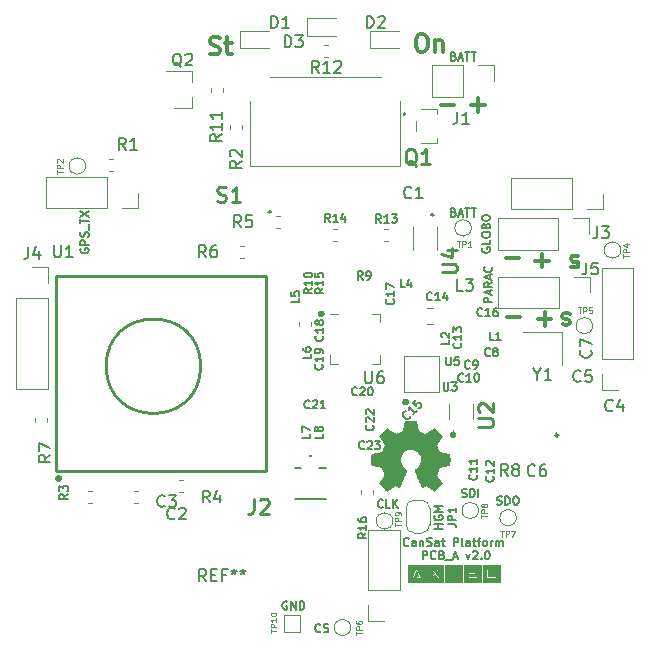
<source format=gbr>
G04 #@! TF.GenerationSoftware,KiCad,Pcbnew,(5.1.0)-1*
G04 #@! TF.CreationDate,2019-06-21T14:16:56-03:00*
G04 #@! TF.ProjectId,PCB_A,5043425f-412e-46b6-9963-61645f706362,rev?*
G04 #@! TF.SameCoordinates,Original*
G04 #@! TF.FileFunction,Legend,Top*
G04 #@! TF.FilePolarity,Positive*
%FSLAX46Y46*%
G04 Gerber Fmt 4.6, Leading zero omitted, Abs format (unit mm)*
G04 Created by KiCad (PCBNEW (5.1.0)-1) date 2019-06-21 14:16:56*
%MOMM*%
%LPD*%
G04 APERTURE LIST*
%ADD10C,0.175000*%
%ADD11C,0.600000*%
%ADD12C,0.300000*%
%ADD13C,0.010000*%
%ADD14C,0.120000*%
%ADD15C,0.250000*%
%ADD16C,0.200000*%
%ADD17C,0.100000*%
%ADD18C,0.254000*%
%ADD19C,0.150000*%
%ADD20C,0.125000*%
G04 APERTURE END LIST*
D10*
X10900666Y23037000D02*
X11000666Y23003666D01*
X11034000Y22970333D01*
X11067333Y22903666D01*
X11067333Y22803666D01*
X11034000Y22737000D01*
X11000666Y22703666D01*
X10934000Y22670333D01*
X10667333Y22670333D01*
X10667333Y23370333D01*
X10900666Y23370333D01*
X10967333Y23337000D01*
X11000666Y23303666D01*
X11034000Y23237000D01*
X11034000Y23170333D01*
X11000666Y23103666D01*
X10967333Y23070333D01*
X10900666Y23037000D01*
X10667333Y23037000D01*
X11334000Y22870333D02*
X11667333Y22870333D01*
X11267333Y22670333D02*
X11500666Y23370333D01*
X11734000Y22670333D01*
X11867333Y23370333D02*
X12267333Y23370333D01*
X12067333Y22670333D02*
X12067333Y23370333D01*
X12400666Y23370333D02*
X12800666Y23370333D01*
X12600666Y22670333D02*
X12600666Y23370333D01*
X-20670000Y6761333D02*
X-20703333Y6694666D01*
X-20703333Y6594666D01*
X-20670000Y6494666D01*
X-20603333Y6428000D01*
X-20536666Y6394666D01*
X-20403333Y6361333D01*
X-20303333Y6361333D01*
X-20170000Y6394666D01*
X-20103333Y6428000D01*
X-20036666Y6494666D01*
X-20003333Y6594666D01*
X-20003333Y6661333D01*
X-20036666Y6761333D01*
X-20070000Y6794666D01*
X-20303333Y6794666D01*
X-20303333Y6661333D01*
X-20003333Y7094666D02*
X-20703333Y7094666D01*
X-20703333Y7361333D01*
X-20670000Y7428000D01*
X-20636666Y7461333D01*
X-20570000Y7494666D01*
X-20470000Y7494666D01*
X-20403333Y7461333D01*
X-20370000Y7428000D01*
X-20336666Y7361333D01*
X-20336666Y7094666D01*
X-20036666Y7761333D02*
X-20003333Y7861333D01*
X-20003333Y8028000D01*
X-20036666Y8094666D01*
X-20070000Y8128000D01*
X-20136666Y8161333D01*
X-20203333Y8161333D01*
X-20270000Y8128000D01*
X-20303333Y8094666D01*
X-20336666Y8028000D01*
X-20370000Y7894666D01*
X-20403333Y7828000D01*
X-20436666Y7794666D01*
X-20503333Y7761333D01*
X-20570000Y7761333D01*
X-20636666Y7794666D01*
X-20670000Y7828000D01*
X-20703333Y7894666D01*
X-20703333Y8061333D01*
X-20670000Y8161333D01*
X-19936666Y8294666D02*
X-19936666Y8828000D01*
X-20703333Y8894666D02*
X-20703333Y9294666D01*
X-20003333Y9094666D02*
X-20703333Y9094666D01*
X-20703333Y9461333D02*
X-20003333Y9928000D01*
X-20703333Y9928000D02*
X-20003333Y9461333D01*
X4917333Y-15109000D02*
X4884000Y-15142333D01*
X4784000Y-15175666D01*
X4717333Y-15175666D01*
X4617333Y-15142333D01*
X4550666Y-15075666D01*
X4517333Y-15009000D01*
X4484000Y-14875666D01*
X4484000Y-14775666D01*
X4517333Y-14642333D01*
X4550666Y-14575666D01*
X4617333Y-14509000D01*
X4717333Y-14475666D01*
X4784000Y-14475666D01*
X4884000Y-14509000D01*
X4917333Y-14542333D01*
X5550666Y-15175666D02*
X5217333Y-15175666D01*
X5217333Y-14475666D01*
X5784000Y-15175666D02*
X5784000Y-14475666D01*
X6184000Y-15175666D02*
X5884000Y-14775666D01*
X6184000Y-14475666D02*
X5784000Y-14875666D01*
X10900666Y9829000D02*
X11000666Y9795666D01*
X11034000Y9762333D01*
X11067333Y9695666D01*
X11067333Y9595666D01*
X11034000Y9529000D01*
X11000666Y9495666D01*
X10934000Y9462333D01*
X10667333Y9462333D01*
X10667333Y10162333D01*
X10900666Y10162333D01*
X10967333Y10129000D01*
X11000666Y10095666D01*
X11034000Y10029000D01*
X11034000Y9962333D01*
X11000666Y9895666D01*
X10967333Y9862333D01*
X10900666Y9829000D01*
X10667333Y9829000D01*
X11334000Y9662333D02*
X11667333Y9662333D01*
X11267333Y9462333D02*
X11500666Y10162333D01*
X11734000Y9462333D01*
X11867333Y10162333D02*
X12267333Y10162333D01*
X12067333Y9462333D02*
X12067333Y10162333D01*
X12400666Y10162333D02*
X12800666Y10162333D01*
X12600666Y9462333D02*
X12600666Y10162333D01*
X-3200333Y-23145000D02*
X-3267000Y-23111666D01*
X-3367000Y-23111666D01*
X-3467000Y-23145000D01*
X-3533666Y-23211666D01*
X-3567000Y-23278333D01*
X-3600333Y-23411666D01*
X-3600333Y-23511666D01*
X-3567000Y-23645000D01*
X-3533666Y-23711666D01*
X-3467000Y-23778333D01*
X-3367000Y-23811666D01*
X-3300333Y-23811666D01*
X-3200333Y-23778333D01*
X-3167000Y-23745000D01*
X-3167000Y-23511666D01*
X-3300333Y-23511666D01*
X-2867000Y-23811666D02*
X-2867000Y-23111666D01*
X-2467000Y-23811666D01*
X-2467000Y-23111666D01*
X-2133666Y-23811666D02*
X-2133666Y-23111666D01*
X-1967000Y-23111666D01*
X-1867000Y-23145000D01*
X-1800333Y-23211666D01*
X-1767000Y-23278333D01*
X-1733666Y-23411666D01*
X-1733666Y-23511666D01*
X-1767000Y-23645000D01*
X-1800333Y-23711666D01*
X-1867000Y-23778333D01*
X-1967000Y-23811666D01*
X-2133666Y-23811666D01*
X-370666Y-25650000D02*
X-404000Y-25683333D01*
X-504000Y-25716666D01*
X-570666Y-25716666D01*
X-670666Y-25683333D01*
X-737333Y-25616666D01*
X-770666Y-25550000D01*
X-804000Y-25416666D01*
X-804000Y-25316666D01*
X-770666Y-25183333D01*
X-737333Y-25116666D01*
X-670666Y-25050000D01*
X-570666Y-25016666D01*
X-504000Y-25016666D01*
X-404000Y-25050000D01*
X-370666Y-25083333D01*
X-104000Y-25683333D02*
X-4000Y-25716666D01*
X162666Y-25716666D01*
X229333Y-25683333D01*
X262666Y-25650000D01*
X295999Y-25583333D01*
X295999Y-25516666D01*
X262666Y-25450000D01*
X229333Y-25416666D01*
X162666Y-25383333D01*
X29333Y-25350000D01*
X-37333Y-25316666D01*
X-70666Y-25283333D01*
X-104000Y-25216666D01*
X-104000Y-25150000D01*
X-70666Y-25083333D01*
X-37333Y-25050000D01*
X29333Y-25016666D01*
X196000Y-25016666D01*
X295999Y-25050000D01*
X11602333Y-14253333D02*
X11702333Y-14286666D01*
X11869000Y-14286666D01*
X11935666Y-14253333D01*
X11969000Y-14220000D01*
X12002333Y-14153333D01*
X12002333Y-14086666D01*
X11969000Y-14020000D01*
X11935666Y-13986666D01*
X11869000Y-13953333D01*
X11735666Y-13920000D01*
X11669000Y-13886666D01*
X11635666Y-13853333D01*
X11602333Y-13786666D01*
X11602333Y-13720000D01*
X11635666Y-13653333D01*
X11669000Y-13620000D01*
X11735666Y-13586666D01*
X11902333Y-13586666D01*
X12002333Y-13620000D01*
X12302333Y-14286666D02*
X12302333Y-13586666D01*
X12469000Y-13586666D01*
X12569000Y-13620000D01*
X12635666Y-13686666D01*
X12669000Y-13753333D01*
X12702333Y-13886666D01*
X12702333Y-13986666D01*
X12669000Y-14120000D01*
X12635666Y-14186666D01*
X12569000Y-14253333D01*
X12469000Y-14286666D01*
X12302333Y-14286666D01*
X13002333Y-14286666D02*
X13002333Y-13586666D01*
X14577333Y-14888333D02*
X14677333Y-14921666D01*
X14844000Y-14921666D01*
X14910666Y-14888333D01*
X14944000Y-14855000D01*
X14977333Y-14788333D01*
X14977333Y-14721666D01*
X14944000Y-14655000D01*
X14910666Y-14621666D01*
X14844000Y-14588333D01*
X14710666Y-14555000D01*
X14644000Y-14521666D01*
X14610666Y-14488333D01*
X14577333Y-14421666D01*
X14577333Y-14355000D01*
X14610666Y-14288333D01*
X14644000Y-14255000D01*
X14710666Y-14221666D01*
X14877333Y-14221666D01*
X14977333Y-14255000D01*
X15277333Y-14921666D02*
X15277333Y-14221666D01*
X15444000Y-14221666D01*
X15544000Y-14255000D01*
X15610666Y-14321666D01*
X15644000Y-14388333D01*
X15677333Y-14521666D01*
X15677333Y-14621666D01*
X15644000Y-14755000D01*
X15610666Y-14821666D01*
X15544000Y-14888333D01*
X15444000Y-14921666D01*
X15277333Y-14921666D01*
X16110666Y-14221666D02*
X16244000Y-14221666D01*
X16310666Y-14255000D01*
X16377333Y-14321666D01*
X16410666Y-14455000D01*
X16410666Y-14688333D01*
X16377333Y-14821666D01*
X16310666Y-14888333D01*
X16244000Y-14921666D01*
X16110666Y-14921666D01*
X16044000Y-14888333D01*
X15977333Y-14821666D01*
X15944000Y-14688333D01*
X15944000Y-14455000D01*
X15977333Y-14321666D01*
X16044000Y-14255000D01*
X16110666Y-14221666D01*
X9968666Y-16952000D02*
X9268666Y-16952000D01*
X9602000Y-16952000D02*
X9602000Y-16552000D01*
X9968666Y-16552000D02*
X9268666Y-16552000D01*
X9302000Y-15852000D02*
X9268666Y-15918666D01*
X9268666Y-16018666D01*
X9302000Y-16118666D01*
X9368666Y-16185333D01*
X9435333Y-16218666D01*
X9568666Y-16252000D01*
X9668666Y-16252000D01*
X9802000Y-16218666D01*
X9868666Y-16185333D01*
X9935333Y-16118666D01*
X9968666Y-16018666D01*
X9968666Y-15952000D01*
X9935333Y-15852000D01*
X9902000Y-15818666D01*
X9668666Y-15818666D01*
X9668666Y-15952000D01*
X9968666Y-15518666D02*
X9268666Y-15518666D01*
X9768666Y-15285333D01*
X9268666Y-15052000D01*
X9968666Y-15052000D01*
D11*
X-294800Y1231900D02*
G75*
G03X-294800Y1231900I-10000J0D01*
G01*
X10855800Y-9017000D02*
G75*
G03X10855800Y-9017000I-10000J0D01*
G01*
X6842600Y-6223000D02*
G75*
G03X6842600Y-6223000I-10000J0D01*
G01*
X-22532500Y-12700000D02*
G75*
G03X-22532500Y-12700000I-10000J0D01*
G01*
D12*
X20726228Y1195342D02*
X20583371Y1266771D01*
X20297657Y1266771D01*
X20154800Y1195342D01*
X20083371Y1052485D01*
X20083371Y981057D01*
X20154800Y838200D01*
X20297657Y766771D01*
X20511942Y766771D01*
X20654800Y695342D01*
X20726228Y552485D01*
X20726228Y481057D01*
X20654800Y338200D01*
X20511942Y266771D01*
X20297657Y266771D01*
X20154800Y338200D01*
D10*
X7113266Y-18360200D02*
X7079933Y-18393533D01*
X6979933Y-18426866D01*
X6913266Y-18426866D01*
X6813266Y-18393533D01*
X6746600Y-18326866D01*
X6713266Y-18260200D01*
X6679933Y-18126866D01*
X6679933Y-18026866D01*
X6713266Y-17893533D01*
X6746600Y-17826866D01*
X6813266Y-17760200D01*
X6913266Y-17726866D01*
X6979933Y-17726866D01*
X7079933Y-17760200D01*
X7113266Y-17793533D01*
X7713266Y-18426866D02*
X7713266Y-18060200D01*
X7679933Y-17993533D01*
X7613266Y-17960200D01*
X7479933Y-17960200D01*
X7413266Y-17993533D01*
X7713266Y-18393533D02*
X7646600Y-18426866D01*
X7479933Y-18426866D01*
X7413266Y-18393533D01*
X7379933Y-18326866D01*
X7379933Y-18260200D01*
X7413266Y-18193533D01*
X7479933Y-18160200D01*
X7646600Y-18160200D01*
X7713266Y-18126866D01*
X8046600Y-17960200D02*
X8046600Y-18426866D01*
X8046600Y-18026866D02*
X8079933Y-17993533D01*
X8146600Y-17960200D01*
X8246600Y-17960200D01*
X8313266Y-17993533D01*
X8346600Y-18060200D01*
X8346600Y-18426866D01*
X8646600Y-18393533D02*
X8746600Y-18426866D01*
X8913266Y-18426866D01*
X8979933Y-18393533D01*
X9013266Y-18360200D01*
X9046600Y-18293533D01*
X9046600Y-18226866D01*
X9013266Y-18160200D01*
X8979933Y-18126866D01*
X8913266Y-18093533D01*
X8779933Y-18060200D01*
X8713266Y-18026866D01*
X8679933Y-17993533D01*
X8646600Y-17926866D01*
X8646600Y-17860200D01*
X8679933Y-17793533D01*
X8713266Y-17760200D01*
X8779933Y-17726866D01*
X8946600Y-17726866D01*
X9046600Y-17760200D01*
X9646600Y-18426866D02*
X9646600Y-18060200D01*
X9613266Y-17993533D01*
X9546600Y-17960200D01*
X9413266Y-17960200D01*
X9346600Y-17993533D01*
X9646600Y-18393533D02*
X9579933Y-18426866D01*
X9413266Y-18426866D01*
X9346600Y-18393533D01*
X9313266Y-18326866D01*
X9313266Y-18260200D01*
X9346600Y-18193533D01*
X9413266Y-18160200D01*
X9579933Y-18160200D01*
X9646600Y-18126866D01*
X9879933Y-17960200D02*
X10146600Y-17960200D01*
X9979933Y-17726866D02*
X9979933Y-18326866D01*
X10013266Y-18393533D01*
X10079933Y-18426866D01*
X10146600Y-18426866D01*
X10913266Y-18426866D02*
X10913266Y-17726866D01*
X11179933Y-17726866D01*
X11246600Y-17760200D01*
X11279933Y-17793533D01*
X11313266Y-17860200D01*
X11313266Y-17960200D01*
X11279933Y-18026866D01*
X11246600Y-18060200D01*
X11179933Y-18093533D01*
X10913266Y-18093533D01*
X11713266Y-18426866D02*
X11646600Y-18393533D01*
X11613266Y-18326866D01*
X11613266Y-17726866D01*
X12279933Y-18426866D02*
X12279933Y-18060200D01*
X12246600Y-17993533D01*
X12179933Y-17960200D01*
X12046600Y-17960200D01*
X11979933Y-17993533D01*
X12279933Y-18393533D02*
X12213266Y-18426866D01*
X12046600Y-18426866D01*
X11979933Y-18393533D01*
X11946600Y-18326866D01*
X11946600Y-18260200D01*
X11979933Y-18193533D01*
X12046600Y-18160200D01*
X12213266Y-18160200D01*
X12279933Y-18126866D01*
X12513266Y-17960200D02*
X12779933Y-17960200D01*
X12613266Y-17726866D02*
X12613266Y-18326866D01*
X12646600Y-18393533D01*
X12713266Y-18426866D01*
X12779933Y-18426866D01*
X12913266Y-17960200D02*
X13179933Y-17960200D01*
X13013266Y-18426866D02*
X13013266Y-17826866D01*
X13046600Y-17760200D01*
X13113266Y-17726866D01*
X13179933Y-17726866D01*
X13513266Y-18426866D02*
X13446600Y-18393533D01*
X13413266Y-18360200D01*
X13379933Y-18293533D01*
X13379933Y-18093533D01*
X13413266Y-18026866D01*
X13446600Y-17993533D01*
X13513266Y-17960200D01*
X13613266Y-17960200D01*
X13679933Y-17993533D01*
X13713266Y-18026866D01*
X13746600Y-18093533D01*
X13746600Y-18293533D01*
X13713266Y-18360200D01*
X13679933Y-18393533D01*
X13613266Y-18426866D01*
X13513266Y-18426866D01*
X14046600Y-18426866D02*
X14046600Y-17960200D01*
X14046600Y-18093533D02*
X14079933Y-18026866D01*
X14113266Y-17993533D01*
X14179933Y-17960200D01*
X14246600Y-17960200D01*
X14479933Y-18426866D02*
X14479933Y-17960200D01*
X14479933Y-18026866D02*
X14513266Y-17993533D01*
X14579933Y-17960200D01*
X14679933Y-17960200D01*
X14746600Y-17993533D01*
X14779933Y-18060200D01*
X14779933Y-18426866D01*
X14779933Y-18060200D02*
X14813266Y-17993533D01*
X14879933Y-17960200D01*
X14979933Y-17960200D01*
X15046600Y-17993533D01*
X15079933Y-18060200D01*
X15079933Y-18426866D01*
D12*
X8068571Y24900628D02*
X8354285Y24900628D01*
X8497142Y24829200D01*
X8640000Y24686342D01*
X8711428Y24400628D01*
X8711428Y23900628D01*
X8640000Y23614914D01*
X8497142Y23472057D01*
X8354285Y23400628D01*
X8068571Y23400628D01*
X7925714Y23472057D01*
X7782857Y23614914D01*
X7711428Y23900628D01*
X7711428Y24400628D01*
X7782857Y24686342D01*
X7925714Y24829200D01*
X8068571Y24900628D01*
X9354285Y24400628D02*
X9354285Y23400628D01*
X9354285Y24257771D02*
X9425714Y24329200D01*
X9568571Y24400628D01*
X9782857Y24400628D01*
X9925714Y24329200D01*
X9997142Y24186342D01*
X9997142Y23400628D01*
X-9747142Y23268857D02*
X-9532857Y23197428D01*
X-9175714Y23197428D01*
X-9032857Y23268857D01*
X-8961428Y23340285D01*
X-8890000Y23483142D01*
X-8890000Y23626000D01*
X-8961428Y23768857D01*
X-9032857Y23840285D01*
X-9175714Y23911714D01*
X-9461428Y23983142D01*
X-9604285Y24054571D01*
X-9675714Y24126000D01*
X-9747142Y24268857D01*
X-9747142Y24411714D01*
X-9675714Y24554571D01*
X-9604285Y24626000D01*
X-9461428Y24697428D01*
X-9104285Y24697428D01*
X-8890000Y24626000D01*
X-8461428Y24197428D02*
X-7889999Y24197428D01*
X-8247142Y24697428D02*
X-8247142Y23411714D01*
X-8175714Y23268857D01*
X-8032857Y23197428D01*
X-7889999Y23197428D01*
X15388571Y992857D02*
X16531428Y992857D01*
X18601857Y1375428D02*
X18601857Y232571D01*
X18030428Y804000D02*
X19173285Y803999D01*
X20828171Y5230857D02*
X20971028Y5159428D01*
X21256742Y5159428D01*
X21399600Y5230857D01*
X21471028Y5373714D01*
X21471028Y5445142D01*
X21399600Y5588000D01*
X21256742Y5659428D01*
X21042457Y5659428D01*
X20899600Y5730857D01*
X20828171Y5873714D01*
X20828171Y5945142D01*
X20899600Y6088000D01*
X21042457Y6159428D01*
X21256742Y6159428D01*
X21399600Y6088000D01*
X17828171Y5730857D02*
X18971028Y5730857D01*
X18399600Y5159428D02*
X18399600Y6302285D01*
X15328171Y5980857D02*
X16471028Y5980857D01*
X10960028Y18953942D02*
X9817171Y18953942D01*
X13550828Y18903142D02*
X12407971Y18903142D01*
X12979400Y19474571D02*
X12979400Y18331714D01*
D10*
X8283333Y-19547466D02*
X8283333Y-18847466D01*
X8550000Y-18847466D01*
X8616666Y-18880800D01*
X8650000Y-18914133D01*
X8683333Y-18980800D01*
X8683333Y-19080800D01*
X8650000Y-19147466D01*
X8616666Y-19180800D01*
X8550000Y-19214133D01*
X8283333Y-19214133D01*
X9383333Y-19480800D02*
X9350000Y-19514133D01*
X9250000Y-19547466D01*
X9183333Y-19547466D01*
X9083333Y-19514133D01*
X9016666Y-19447466D01*
X8983333Y-19380800D01*
X8950000Y-19247466D01*
X8950000Y-19147466D01*
X8983333Y-19014133D01*
X9016666Y-18947466D01*
X9083333Y-18880800D01*
X9183333Y-18847466D01*
X9250000Y-18847466D01*
X9350000Y-18880800D01*
X9383333Y-18914133D01*
X9916666Y-19180800D02*
X10016666Y-19214133D01*
X10050000Y-19247466D01*
X10083333Y-19314133D01*
X10083333Y-19414133D01*
X10050000Y-19480800D01*
X10016666Y-19514133D01*
X9950000Y-19547466D01*
X9683333Y-19547466D01*
X9683333Y-18847466D01*
X9916666Y-18847466D01*
X9983333Y-18880800D01*
X10016666Y-18914133D01*
X10050000Y-18980800D01*
X10050000Y-19047466D01*
X10016666Y-19114133D01*
X9983333Y-19147466D01*
X9916666Y-19180800D01*
X9683333Y-19180800D01*
X10216666Y-19614133D02*
X10750000Y-19614133D01*
X10883333Y-19347466D02*
X11216666Y-19347466D01*
X10816666Y-19547466D02*
X11050000Y-18847466D01*
X11283333Y-19547466D01*
X11983333Y-19080800D02*
X12149999Y-19547466D01*
X12316666Y-19080800D01*
X12549999Y-18914133D02*
X12583333Y-18880800D01*
X12649999Y-18847466D01*
X12816666Y-18847466D01*
X12883333Y-18880800D01*
X12916666Y-18914133D01*
X12949999Y-18980800D01*
X12949999Y-19047466D01*
X12916666Y-19147466D01*
X12516666Y-19547466D01*
X12949999Y-19547466D01*
X13250000Y-19480800D02*
X13283333Y-19514133D01*
X13250000Y-19547466D01*
X13216666Y-19514133D01*
X13250000Y-19480800D01*
X13250000Y-19547466D01*
X13716666Y-18847466D02*
X13783333Y-18847466D01*
X13849999Y-18880800D01*
X13883333Y-18914133D01*
X13916666Y-18980800D01*
X13949999Y-19114133D01*
X13949999Y-19280800D01*
X13916666Y-19414133D01*
X13883333Y-19480800D01*
X13849999Y-19514133D01*
X13783333Y-19547466D01*
X13716666Y-19547466D01*
X13649999Y-19514133D01*
X13616666Y-19480800D01*
X13583333Y-19414133D01*
X13549999Y-19280800D01*
X13549999Y-19114133D01*
X13583333Y-18980800D01*
X13616666Y-18914133D01*
X13649999Y-18880800D01*
X13716666Y-18847466D01*
X14181666Y2207166D02*
X13481666Y2207166D01*
X13481666Y2473833D01*
X13515000Y2540500D01*
X13548333Y2573833D01*
X13615000Y2607166D01*
X13715000Y2607166D01*
X13781666Y2573833D01*
X13815000Y2540500D01*
X13848333Y2473833D01*
X13848333Y2207166D01*
X13981666Y2873833D02*
X13981666Y3207166D01*
X14181666Y2807166D02*
X13481666Y3040500D01*
X14181666Y3273833D01*
X14181666Y3907166D02*
X13848333Y3673833D01*
X14181666Y3507166D02*
X13481666Y3507166D01*
X13481666Y3773833D01*
X13515000Y3840500D01*
X13548333Y3873833D01*
X13615000Y3907166D01*
X13715000Y3907166D01*
X13781666Y3873833D01*
X13815000Y3840500D01*
X13848333Y3773833D01*
X13848333Y3507166D01*
X13981666Y4173833D02*
X13981666Y4507166D01*
X14181666Y4107166D02*
X13481666Y4340500D01*
X14181666Y4573833D01*
X14115000Y5207166D02*
X14148333Y5173833D01*
X14181666Y5073833D01*
X14181666Y5007166D01*
X14148333Y4907166D01*
X14081666Y4840500D01*
X14015000Y4807166D01*
X13881666Y4773833D01*
X13781666Y4773833D01*
X13648333Y4807166D01*
X13581666Y4840500D01*
X13515000Y4907166D01*
X13481666Y5007166D01*
X13481666Y5073833D01*
X13515000Y5173833D01*
X13548333Y5207166D01*
X13324600Y6823666D02*
X13291266Y6757000D01*
X13291266Y6657000D01*
X13324600Y6557000D01*
X13391266Y6490333D01*
X13457933Y6457000D01*
X13591266Y6423666D01*
X13691266Y6423666D01*
X13824600Y6457000D01*
X13891266Y6490333D01*
X13957933Y6557000D01*
X13991266Y6657000D01*
X13991266Y6723666D01*
X13957933Y6823666D01*
X13924600Y6857000D01*
X13691266Y6857000D01*
X13691266Y6723666D01*
X13991266Y7490333D02*
X13991266Y7157000D01*
X13291266Y7157000D01*
X13291266Y7857000D02*
X13291266Y7990333D01*
X13324600Y8057000D01*
X13391266Y8123666D01*
X13524600Y8157000D01*
X13757933Y8157000D01*
X13891266Y8123666D01*
X13957933Y8057000D01*
X13991266Y7990333D01*
X13991266Y7857000D01*
X13957933Y7790333D01*
X13891266Y7723666D01*
X13757933Y7690333D01*
X13524600Y7690333D01*
X13391266Y7723666D01*
X13324600Y7790333D01*
X13291266Y7857000D01*
X13624600Y8690333D02*
X13657933Y8790333D01*
X13691266Y8823666D01*
X13757933Y8857000D01*
X13857933Y8857000D01*
X13924600Y8823666D01*
X13957933Y8790333D01*
X13991266Y8723666D01*
X13991266Y8457000D01*
X13291266Y8457000D01*
X13291266Y8690333D01*
X13324600Y8757000D01*
X13357933Y8790333D01*
X13424600Y8823666D01*
X13491266Y8823666D01*
X13557933Y8790333D01*
X13591266Y8757000D01*
X13624600Y8690333D01*
X13624600Y8457000D01*
X13291266Y9290333D02*
X13291266Y9423666D01*
X13324600Y9490333D01*
X13391266Y9557000D01*
X13524600Y9590333D01*
X13757933Y9590333D01*
X13891266Y9557000D01*
X13957933Y9490333D01*
X13991266Y9423666D01*
X13991266Y9290333D01*
X13957933Y9223666D01*
X13891266Y9157000D01*
X13757933Y9123666D01*
X13524600Y9123666D01*
X13391266Y9157000D01*
X13324600Y9223666D01*
X13291266Y9290333D01*
D13*
G36*
X14795500Y-21437600D02*
G01*
X13360400Y-21437600D01*
X13360400Y-20332700D01*
X13677900Y-20332700D01*
X13677900Y-21120100D01*
X14465300Y-21120100D01*
X14465300Y-20967700D01*
X13830300Y-20967700D01*
X13830300Y-20485100D01*
X14465300Y-20485100D01*
X14465300Y-20332700D01*
X13677900Y-20332700D01*
X13360400Y-20332700D01*
X13360400Y-20002500D01*
X14795500Y-20002500D01*
X14795500Y-21437600D01*
X14795500Y-21437600D01*
G37*
X14795500Y-21437600D02*
X13360400Y-21437600D01*
X13360400Y-20332700D01*
X13677900Y-20332700D01*
X13677900Y-21120100D01*
X14465300Y-21120100D01*
X14465300Y-20967700D01*
X13830300Y-20967700D01*
X13830300Y-20485100D01*
X14465300Y-20485100D01*
X14465300Y-20332700D01*
X13677900Y-20332700D01*
X13360400Y-20332700D01*
X13360400Y-20002500D01*
X14795500Y-20002500D01*
X14795500Y-21437600D01*
G36*
X13208000Y-21437600D02*
G01*
X11772900Y-21437600D01*
X11772900Y-20332700D01*
X12090400Y-20332700D01*
X12090400Y-21120100D01*
X12877800Y-21120100D01*
X12877800Y-20967700D01*
X12242800Y-20967700D01*
X12242800Y-20802600D01*
X12725400Y-20802600D01*
X12725400Y-20650200D01*
X12242800Y-20650200D01*
X12242800Y-20485100D01*
X12877800Y-20485100D01*
X12877800Y-20332700D01*
X12090400Y-20332700D01*
X11772900Y-20332700D01*
X11772900Y-20002500D01*
X13208000Y-20002500D01*
X13208000Y-21437600D01*
X13208000Y-21437600D01*
G37*
X13208000Y-21437600D02*
X11772900Y-21437600D01*
X11772900Y-20332700D01*
X12090400Y-20332700D01*
X12090400Y-21120100D01*
X12877800Y-21120100D01*
X12877800Y-20967700D01*
X12242800Y-20967700D01*
X12242800Y-20802600D01*
X12725400Y-20802600D01*
X12725400Y-20650200D01*
X12242800Y-20650200D01*
X12242800Y-20485100D01*
X12877800Y-20485100D01*
X12877800Y-20332700D01*
X12090400Y-20332700D01*
X11772900Y-20332700D01*
X11772900Y-20002500D01*
X13208000Y-20002500D01*
X13208000Y-21437600D01*
G36*
X11620500Y-21437600D02*
G01*
X10185400Y-21437600D01*
X10185400Y-20332700D01*
X10502900Y-20332700D01*
X10502900Y-20485100D01*
X10820400Y-20485100D01*
X10820400Y-21120100D01*
X10972800Y-21120100D01*
X10972800Y-20485100D01*
X11290300Y-20485100D01*
X11290300Y-20332700D01*
X10502900Y-20332700D01*
X10185400Y-20332700D01*
X10185400Y-20002500D01*
X11620500Y-20002500D01*
X11620500Y-21437600D01*
X11620500Y-21437600D01*
G37*
X11620500Y-21437600D02*
X10185400Y-21437600D01*
X10185400Y-20332700D01*
X10502900Y-20332700D01*
X10502900Y-20485100D01*
X10820400Y-20485100D01*
X10820400Y-21120100D01*
X10972800Y-21120100D01*
X10972800Y-20485100D01*
X11290300Y-20485100D01*
X11290300Y-20332700D01*
X10502900Y-20332700D01*
X10185400Y-20332700D01*
X10185400Y-20002500D01*
X11620500Y-20002500D01*
X11620500Y-21437600D01*
G36*
X10033000Y-21437600D02*
G01*
X8597900Y-21437600D01*
X8597900Y-21112732D01*
X8936160Y-21112732D01*
X8951408Y-21117696D01*
X8986596Y-21119848D01*
X9014224Y-21120100D01*
X9103459Y-21120100D01*
X9202646Y-20986750D01*
X9240271Y-20937115D01*
X9272891Y-20895860D01*
X9297387Y-20866801D01*
X9310641Y-20853754D01*
X9311619Y-20853400D01*
X9322427Y-20863038D01*
X9345036Y-20889402D01*
X9376323Y-20928664D01*
X9413163Y-20976998D01*
X9420027Y-20986210D01*
X9518650Y-21119020D01*
X9604375Y-21119560D01*
X9647313Y-21118910D01*
X9678067Y-21116688D01*
X9690095Y-21113372D01*
X9690100Y-21113301D01*
X9682824Y-21101443D01*
X9662643Y-21072763D01*
X9632021Y-21030657D01*
X9593426Y-20978523D01*
X9556288Y-20928988D01*
X9512167Y-20869940D01*
X9473316Y-20816970D01*
X9442394Y-20773781D01*
X9422058Y-20744073D01*
X9415164Y-20732414D01*
X9415140Y-20723960D01*
X9420757Y-20709689D01*
X9433391Y-20687602D01*
X9454419Y-20655700D01*
X9485219Y-20611982D01*
X9527168Y-20554450D01*
X9581642Y-20481103D01*
X9650020Y-20389942D01*
X9662038Y-20373975D01*
X9693114Y-20332700D01*
X9517732Y-20332700D01*
X9418546Y-20466050D01*
X9381059Y-20515605D01*
X9348751Y-20556730D01*
X9324691Y-20585636D01*
X9311945Y-20598532D01*
X9311054Y-20598860D01*
X9300804Y-20589025D01*
X9278665Y-20562509D01*
X9247715Y-20523148D01*
X9211033Y-20474784D01*
X9204127Y-20465510D01*
X9105505Y-20332700D01*
X9023152Y-20332700D01*
X8981165Y-20333656D01*
X8951496Y-20336158D01*
X8940800Y-20339498D01*
X8948059Y-20351382D01*
X8968180Y-20380066D01*
X8998674Y-20422113D01*
X9037055Y-20474087D01*
X9071745Y-20520473D01*
X9115429Y-20578758D01*
X9154048Y-20630620D01*
X9184883Y-20672385D01*
X9205220Y-20700377D01*
X9212009Y-20710225D01*
X9207583Y-20725176D01*
X9188892Y-20757716D01*
X9157515Y-20805579D01*
X9115031Y-20866501D01*
X9063020Y-20938216D01*
X9003060Y-21018461D01*
X8937308Y-21104225D01*
X8936160Y-21112732D01*
X8597900Y-21112732D01*
X8597900Y-20002500D01*
X10033000Y-20002500D01*
X10033000Y-21437600D01*
X10033000Y-21437600D01*
G37*
X10033000Y-21437600D02*
X8597900Y-21437600D01*
X8597900Y-21112732D01*
X8936160Y-21112732D01*
X8951408Y-21117696D01*
X8986596Y-21119848D01*
X9014224Y-21120100D01*
X9103459Y-21120100D01*
X9202646Y-20986750D01*
X9240271Y-20937115D01*
X9272891Y-20895860D01*
X9297387Y-20866801D01*
X9310641Y-20853754D01*
X9311619Y-20853400D01*
X9322427Y-20863038D01*
X9345036Y-20889402D01*
X9376323Y-20928664D01*
X9413163Y-20976998D01*
X9420027Y-20986210D01*
X9518650Y-21119020D01*
X9604375Y-21119560D01*
X9647313Y-21118910D01*
X9678067Y-21116688D01*
X9690095Y-21113372D01*
X9690100Y-21113301D01*
X9682824Y-21101443D01*
X9662643Y-21072763D01*
X9632021Y-21030657D01*
X9593426Y-20978523D01*
X9556288Y-20928988D01*
X9512167Y-20869940D01*
X9473316Y-20816970D01*
X9442394Y-20773781D01*
X9422058Y-20744073D01*
X9415164Y-20732414D01*
X9415140Y-20723960D01*
X9420757Y-20709689D01*
X9433391Y-20687602D01*
X9454419Y-20655700D01*
X9485219Y-20611982D01*
X9527168Y-20554450D01*
X9581642Y-20481103D01*
X9650020Y-20389942D01*
X9662038Y-20373975D01*
X9693114Y-20332700D01*
X9517732Y-20332700D01*
X9418546Y-20466050D01*
X9381059Y-20515605D01*
X9348751Y-20556730D01*
X9324691Y-20585636D01*
X9311945Y-20598532D01*
X9311054Y-20598860D01*
X9300804Y-20589025D01*
X9278665Y-20562509D01*
X9247715Y-20523148D01*
X9211033Y-20474784D01*
X9204127Y-20465510D01*
X9105505Y-20332700D01*
X9023152Y-20332700D01*
X8981165Y-20333656D01*
X8951496Y-20336158D01*
X8940800Y-20339498D01*
X8948059Y-20351382D01*
X8968180Y-20380066D01*
X8998674Y-20422113D01*
X9037055Y-20474087D01*
X9071745Y-20520473D01*
X9115429Y-20578758D01*
X9154048Y-20630620D01*
X9184883Y-20672385D01*
X9205220Y-20700377D01*
X9212009Y-20710225D01*
X9207583Y-20725176D01*
X9188892Y-20757716D01*
X9157515Y-20805579D01*
X9115031Y-20866501D01*
X9063020Y-20938216D01*
X9003060Y-21018461D01*
X8937308Y-21104225D01*
X8936160Y-21112732D01*
X8597900Y-21112732D01*
X8597900Y-20002500D01*
X10033000Y-20002500D01*
X10033000Y-21437600D01*
G36*
X8445500Y-21437600D02*
G01*
X7010400Y-21437600D01*
X7010400Y-21108637D01*
X7342716Y-21108637D01*
X7352002Y-21114489D01*
X7380414Y-21118620D01*
X7419621Y-21120100D01*
X7500758Y-21120100D01*
X7608004Y-20840919D01*
X7638539Y-20762303D01*
X7666396Y-20692234D01*
X7690217Y-20633998D01*
X7708641Y-20590879D01*
X7720311Y-20566163D01*
X7723587Y-20561519D01*
X7730467Y-20572668D01*
X7744761Y-20603638D01*
X7764858Y-20650509D01*
X7789150Y-20709357D01*
X7816027Y-20776263D01*
X7843879Y-20847304D01*
X7871098Y-20918558D01*
X7881163Y-20945475D01*
X7882895Y-20957745D01*
X7873179Y-20964465D01*
X7847009Y-20967240D01*
X7811858Y-20967700D01*
X7734300Y-20967700D01*
X7734300Y-21120100D01*
X8112919Y-21120100D01*
X7800403Y-20339050D01*
X7726076Y-20335540D01*
X7651750Y-20332030D01*
X7499350Y-20714603D01*
X7462328Y-20807562D01*
X7428294Y-20893069D01*
X7398394Y-20968239D01*
X7373775Y-21030185D01*
X7355583Y-21076022D01*
X7344967Y-21102865D01*
X7342716Y-21108637D01*
X7010400Y-21108637D01*
X7010400Y-20002500D01*
X8445500Y-20002500D01*
X8445500Y-21437600D01*
X8445500Y-21437600D01*
G37*
X8445500Y-21437600D02*
X7010400Y-21437600D01*
X7010400Y-21108637D01*
X7342716Y-21108637D01*
X7352002Y-21114489D01*
X7380414Y-21118620D01*
X7419621Y-21120100D01*
X7500758Y-21120100D01*
X7608004Y-20840919D01*
X7638539Y-20762303D01*
X7666396Y-20692234D01*
X7690217Y-20633998D01*
X7708641Y-20590879D01*
X7720311Y-20566163D01*
X7723587Y-20561519D01*
X7730467Y-20572668D01*
X7744761Y-20603638D01*
X7764858Y-20650509D01*
X7789150Y-20709357D01*
X7816027Y-20776263D01*
X7843879Y-20847304D01*
X7871098Y-20918558D01*
X7881163Y-20945475D01*
X7882895Y-20957745D01*
X7873179Y-20964465D01*
X7847009Y-20967240D01*
X7811858Y-20967700D01*
X7734300Y-20967700D01*
X7734300Y-21120100D01*
X8112919Y-21120100D01*
X7800403Y-20339050D01*
X7726076Y-20335540D01*
X7651750Y-20332030D01*
X7499350Y-20714603D01*
X7462328Y-20807562D01*
X7428294Y-20893069D01*
X7398394Y-20968239D01*
X7373775Y-21030185D01*
X7355583Y-21076022D01*
X7344967Y-21102865D01*
X7342716Y-21108637D01*
X7010400Y-21108637D01*
X7010400Y-20002500D01*
X8445500Y-20002500D01*
X8445500Y-21437600D01*
D14*
X4101000Y-14064267D02*
X4101000Y-13721733D01*
X3081000Y-14064267D02*
X3081000Y-13721733D01*
X8871000Y-15233000D02*
X8871000Y-16633000D01*
X8171000Y-17333000D02*
X7571000Y-17333000D01*
X6871000Y-16633000D02*
X6871000Y-15233000D01*
X7571000Y-14533000D02*
X8171000Y-14533000D01*
X8171000Y-14533000D02*
G75*
G02X8871000Y-15233000I0J-700000D01*
G01*
X6871000Y-15233000D02*
G75*
G02X7571000Y-14533000I700000J0D01*
G01*
X7571000Y-17333000D02*
G75*
G02X6871000Y-16633000I0J700000D01*
G01*
X8871000Y-16633000D02*
G75*
G02X8171000Y-17333000I-700000J0D01*
G01*
D15*
X-22771500Y-12065000D02*
X-5016500Y-12065000D01*
X-22771500Y-12065000D02*
X-22771500Y4445000D01*
X-22771500Y4445000D02*
X-4991500Y4445000D01*
X-4991500Y-12065000D02*
X-4991500Y4445000D01*
X-10511500Y-3205000D02*
G75*
G03X-10511500Y-3205000I-4000000J0D01*
G01*
D14*
X6326841Y-22183862D02*
X3666841Y-22183862D01*
X4996841Y-24783862D02*
X3666841Y-24783862D01*
X6326841Y-22183862D02*
X6326841Y-17043862D01*
X3666841Y-22183862D02*
X3666841Y-17043862D01*
X3666841Y-24783862D02*
X3666841Y-23453862D01*
X6326841Y-17043862D02*
X3666841Y-17043862D01*
X26130000Y5093800D02*
X23470000Y5093800D01*
X26130000Y-2586200D02*
X23470000Y-2586200D01*
X26130000Y-2586200D02*
X26130000Y5093800D01*
X23470000Y-2586200D02*
X23470000Y5093800D01*
X24800000Y-5186200D02*
X23470000Y-5186200D01*
X23470000Y-5186200D02*
X23470000Y-3856200D01*
X23542262Y10070841D02*
X22212262Y10070841D01*
X20942262Y12730841D02*
X15802262Y12730841D01*
X15802262Y12730841D02*
X15802262Y10070841D01*
X23542262Y11400841D02*
X23542262Y10070841D01*
X20942262Y12730841D02*
X20942262Y10070841D01*
X20942262Y10070841D02*
X15802262Y10070841D01*
X-23597738Y12830841D02*
X-23597738Y10170841D01*
X-18457738Y12830841D02*
X-23597738Y12830841D01*
X-15857738Y10170841D02*
X-17187738Y10170841D01*
X-15857738Y11500841D02*
X-15857738Y10170841D01*
X-18457738Y10170841D02*
X-23597738Y10170841D01*
X-18457738Y12830841D02*
X-18457738Y10170841D01*
X-23470000Y5186200D02*
X-23470000Y3856200D01*
X-24800000Y5186200D02*
X-23470000Y5186200D01*
X-26130000Y2586200D02*
X-26130000Y-5093800D01*
X-26130000Y2586200D02*
X-23470000Y2586200D01*
X-26130000Y-5093800D02*
X-23470000Y-5093800D01*
X-23470000Y2586200D02*
X-23470000Y-5093800D01*
X3975400Y1233700D02*
X4675400Y1233700D01*
X4675400Y1233700D02*
X4675400Y533700D01*
X1155400Y-2986300D02*
X455400Y-2986300D01*
X455400Y-2986300D02*
X455400Y-2286300D01*
X3975400Y-2986300D02*
X4675400Y-2986300D01*
X4675400Y-2986300D02*
X4675400Y-2286300D01*
X1155400Y1233700D02*
X455400Y1233700D01*
X9704200Y-2373500D02*
X9704200Y-5373500D01*
X9704200Y-2373500D02*
X6704200Y-2373500D01*
X6704200Y-5373500D02*
X6704200Y-2373500D01*
X9704200Y-5373500D02*
X6704200Y-5373500D01*
D16*
X9209000Y9620000D02*
G75*
G03X9009000Y9620000I-100000J0D01*
G01*
X9009000Y9620000D02*
G75*
G03X9209000Y9620000I100000J0D01*
G01*
X9009000Y9620000D02*
X9009000Y9620000D01*
X9209000Y9620000D02*
X9209000Y9620000D01*
D17*
X7509000Y6620000D02*
X7509000Y8620000D01*
X9509000Y6620000D02*
X9509000Y8620000D01*
D14*
X1060267Y8447500D02*
X717733Y8447500D01*
X1060267Y7427500D02*
X717733Y7427500D01*
X5035733Y7427500D02*
X5378267Y7427500D01*
X5035733Y8447500D02*
X5378267Y8447500D01*
X-44267Y22985000D02*
X298267Y22985000D01*
X-44267Y24005000D02*
X298267Y24005000D01*
X-2211800Y514167D02*
X-2211800Y171633D01*
X-1191800Y514167D02*
X-1191800Y171633D01*
X-1547000Y24792000D02*
X913000Y24792000D01*
X-1547000Y26262000D02*
X-1547000Y24792000D01*
X913000Y26262000D02*
X-1547000Y26262000D01*
X8628748Y344100D02*
X9151252Y344100D01*
X8628748Y1764100D02*
X9151252Y1764100D01*
X-11279600Y18638400D02*
X-11279600Y19568400D01*
X-11279600Y21798400D02*
X-11279600Y20868400D01*
X-11279600Y21798400D02*
X-13439600Y21798400D01*
X-11279600Y18638400D02*
X-12739600Y18638400D01*
X-8634000Y20364267D02*
X-8634000Y20021733D01*
X-9654000Y20364267D02*
X-9654000Y20021733D01*
X-16187767Y-13755000D02*
X-15845233Y-13755000D01*
X-16187767Y-14775000D02*
X-15845233Y-14775000D01*
X-7197200Y23750600D02*
X-4737200Y23750600D01*
X-7197200Y25220600D02*
X-7197200Y23750600D01*
X-4737200Y25220600D02*
X-7197200Y25220600D01*
X6286400Y25220600D02*
X3826400Y25220600D01*
X3826400Y25220600D02*
X3826400Y23750600D01*
X3826400Y23750600D02*
X6286400Y23750600D01*
X9109400Y22259600D02*
X9109400Y19599600D01*
X11709400Y22259600D02*
X9109400Y22259600D01*
X11709400Y19599600D02*
X9109400Y19599600D01*
X11709400Y22259600D02*
X11709400Y19599600D01*
X12979400Y22259600D02*
X14309400Y22259600D01*
X14309400Y22259600D02*
X14309400Y20929600D01*
X14639600Y9318000D02*
X14639600Y6658000D01*
X19779600Y9318000D02*
X14639600Y9318000D01*
X19779600Y6658000D02*
X14639600Y6658000D01*
X19779600Y9318000D02*
X19779600Y6658000D01*
X21049600Y9318000D02*
X22379600Y9318000D01*
X22379600Y9318000D02*
X22379600Y7988000D01*
X22412000Y4378000D02*
X22412000Y3048000D01*
X21082000Y4378000D02*
X22412000Y4378000D01*
X19812000Y4378000D02*
X19812000Y1718000D01*
X19812000Y1718000D02*
X14672000Y1718000D01*
X19812000Y4378000D02*
X14672000Y4378000D01*
X14672000Y4378000D02*
X14672000Y1718000D01*
D17*
X9536000Y18145000D02*
X9536000Y18595000D01*
X9536000Y18595000D02*
X8136000Y18595000D01*
X9536000Y16145000D02*
X9536000Y15695000D01*
X9536000Y15695000D02*
X8136000Y15695000D01*
X7736000Y17545000D02*
X7736000Y16745000D01*
D16*
X6736000Y18245000D02*
X6736000Y18245000D01*
X6736000Y18045000D02*
X6736000Y18045000D01*
X6736000Y18045000D02*
G75*
G03X6736000Y18245000I0J100000D01*
G01*
X6736000Y18245000D02*
G75*
G03X6736000Y18045000I0J-100000D01*
G01*
D14*
X-17964333Y14378400D02*
X-18306867Y14378400D01*
X-17964333Y13358400D02*
X-18306867Y13358400D01*
X-8003000Y16846733D02*
X-8003000Y17189267D01*
X-6983000Y16846733D02*
X-6983000Y17189267D01*
X-19745233Y-13730000D02*
X-20087767Y-13730000D01*
X-19745233Y-14750000D02*
X-20087767Y-14750000D01*
X-12362767Y-12825000D02*
X-12020233Y-12825000D01*
X-12362767Y-13845000D02*
X-12020233Y-13845000D01*
X-4171767Y9527000D02*
X-3829233Y9527000D01*
X-4171767Y8507000D02*
X-3829233Y8507000D01*
X-7219767Y5967000D02*
X-6877233Y5967000D01*
X-7219767Y6987000D02*
X-6877233Y6987000D01*
X-23556500Y-7575733D02*
X-23556500Y-7918267D01*
X-24576500Y-7575733D02*
X-24576500Y-7918267D01*
D17*
X4730000Y21271600D02*
X-4670000Y21271600D01*
X6380000Y19271600D02*
X6380000Y13741600D01*
X6380000Y13741600D02*
X-6320000Y13741600D01*
X-6320000Y13741600D02*
X-6320000Y19271600D01*
D16*
X-4570000Y9871600D02*
X-4570000Y9871600D01*
X-4770000Y9871600D02*
X-4770000Y9871600D01*
X-4770000Y9871600D02*
G75*
G03X-4570000Y9871600I100000J0D01*
G01*
X-4570000Y9871600D02*
G75*
G03X-4770000Y9871600I-100000J0D01*
G01*
X60600Y-14449100D02*
X-2539400Y-14449100D01*
X60600Y-11849100D02*
X-478400Y-11849100D01*
X-2539400Y-11849100D02*
X-2000400Y-11849100D01*
D18*
X-1195400Y-10796100D02*
G75*
G03X-1195400Y-10796100I-31000J0D01*
G01*
X19771000Y-9040000D02*
G75*
G03X19771000Y-9040000I-125000J0D01*
G01*
D17*
X12526000Y-7665000D02*
X12526000Y-6415000D01*
X10526000Y-7665000D02*
X10526000Y-6415000D01*
X10876000Y-8640000D02*
X10876000Y-8640000D01*
X10876000Y-8740000D02*
X10876000Y-8740000D01*
X10876000Y-8740000D02*
G75*
G03X10876000Y-8640000I0J50000D01*
G01*
X10876000Y-8640000D02*
G75*
G03X10876000Y-8740000I0J-50000D01*
G01*
D14*
X20121000Y-3090000D02*
X20121000Y-290000D01*
X20121000Y-290000D02*
X16821000Y-290000D01*
D13*
G36*
X7794814Y-8263931D02*
G01*
X7878635Y-8708555D01*
X8187920Y-8836053D01*
X8497206Y-8963551D01*
X8868246Y-8711246D01*
X8972157Y-8640996D01*
X9066087Y-8578272D01*
X9145652Y-8525938D01*
X9206470Y-8486857D01*
X9244157Y-8463893D01*
X9254421Y-8458942D01*
X9272910Y-8471676D01*
X9312420Y-8506882D01*
X9368522Y-8560062D01*
X9436787Y-8626718D01*
X9512786Y-8702354D01*
X9592092Y-8782472D01*
X9670275Y-8862574D01*
X9742907Y-8938164D01*
X9805559Y-9004745D01*
X9853803Y-9057818D01*
X9883210Y-9092887D01*
X9890241Y-9104623D01*
X9880123Y-9126260D01*
X9851759Y-9173662D01*
X9808129Y-9242193D01*
X9752218Y-9327215D01*
X9687006Y-9424093D01*
X9649219Y-9479350D01*
X9580343Y-9580248D01*
X9519140Y-9671299D01*
X9468578Y-9747970D01*
X9431628Y-9805728D01*
X9411258Y-9840043D01*
X9408197Y-9847254D01*
X9415136Y-9867748D01*
X9434051Y-9915513D01*
X9462087Y-9983832D01*
X9496391Y-10065989D01*
X9534109Y-10155270D01*
X9572387Y-10244958D01*
X9608370Y-10328338D01*
X9639206Y-10398694D01*
X9662039Y-10449310D01*
X9674017Y-10473471D01*
X9674724Y-10474422D01*
X9693531Y-10479036D01*
X9743618Y-10489328D01*
X9819793Y-10504287D01*
X9916865Y-10522901D01*
X10029643Y-10544159D01*
X10095442Y-10556418D01*
X10215950Y-10579362D01*
X10324797Y-10601195D01*
X10416476Y-10620722D01*
X10485481Y-10636748D01*
X10526304Y-10648079D01*
X10534511Y-10651674D01*
X10542548Y-10676006D01*
X10549033Y-10730959D01*
X10553970Y-10810108D01*
X10557364Y-10907026D01*
X10559218Y-11015287D01*
X10559538Y-11128465D01*
X10558327Y-11240135D01*
X10555590Y-11343868D01*
X10551331Y-11433241D01*
X10545555Y-11501826D01*
X10538267Y-11543197D01*
X10533895Y-11551810D01*
X10507764Y-11562133D01*
X10452393Y-11576892D01*
X10375107Y-11594352D01*
X10283230Y-11612780D01*
X10251158Y-11618741D01*
X10096524Y-11647066D01*
X9974375Y-11669876D01*
X9880673Y-11688080D01*
X9811384Y-11702583D01*
X9762471Y-11714292D01*
X9729897Y-11724115D01*
X9709628Y-11732956D01*
X9697626Y-11741724D01*
X9695947Y-11743457D01*
X9679184Y-11771371D01*
X9653614Y-11825695D01*
X9621788Y-11899777D01*
X9586260Y-11986965D01*
X9549583Y-12080608D01*
X9514311Y-12174052D01*
X9482996Y-12260647D01*
X9458193Y-12333740D01*
X9442454Y-12386678D01*
X9438332Y-12412811D01*
X9438676Y-12413726D01*
X9452641Y-12435086D01*
X9484322Y-12482084D01*
X9530391Y-12549827D01*
X9587518Y-12633423D01*
X9652373Y-12727982D01*
X9670843Y-12754854D01*
X9736699Y-12852275D01*
X9794650Y-12941163D01*
X9841538Y-13016412D01*
X9874207Y-13072920D01*
X9889500Y-13105581D01*
X9890241Y-13109593D01*
X9877392Y-13130684D01*
X9841888Y-13172464D01*
X9788293Y-13230445D01*
X9721171Y-13300135D01*
X9645087Y-13377045D01*
X9564604Y-13456683D01*
X9484287Y-13534561D01*
X9408699Y-13606186D01*
X9342405Y-13667070D01*
X9289969Y-13712721D01*
X9255955Y-13738650D01*
X9246545Y-13742883D01*
X9224643Y-13732912D01*
X9179800Y-13706020D01*
X9119321Y-13666736D01*
X9072789Y-13635117D01*
X8988475Y-13577098D01*
X8888626Y-13508784D01*
X8788473Y-13440579D01*
X8734627Y-13404075D01*
X8552371Y-13280800D01*
X8399381Y-13363520D01*
X8329682Y-13399759D01*
X8270414Y-13427926D01*
X8230311Y-13443991D01*
X8220103Y-13446226D01*
X8207829Y-13429722D01*
X8183613Y-13383082D01*
X8149263Y-13310609D01*
X8106588Y-13216606D01*
X8057394Y-13105374D01*
X8003490Y-12981215D01*
X7946684Y-12848432D01*
X7888782Y-12711327D01*
X7831593Y-12574202D01*
X7776924Y-12441358D01*
X7726584Y-12317098D01*
X7682380Y-12205725D01*
X7646119Y-12111539D01*
X7619609Y-12038844D01*
X7604658Y-11991941D01*
X7602254Y-11975833D01*
X7621311Y-11955286D01*
X7663036Y-11921933D01*
X7718706Y-11882702D01*
X7723378Y-11879599D01*
X7867264Y-11764423D01*
X7983283Y-11630053D01*
X8070430Y-11480784D01*
X8127699Y-11320913D01*
X8154086Y-11154737D01*
X8148585Y-10986552D01*
X8110190Y-10820655D01*
X8037895Y-10661342D01*
X8016626Y-10626487D01*
X7905996Y-10485737D01*
X7775302Y-10372714D01*
X7629064Y-10288003D01*
X7471808Y-10232194D01*
X7308057Y-10205874D01*
X7142333Y-10209630D01*
X6979162Y-10244050D01*
X6823065Y-10309723D01*
X6678567Y-10407235D01*
X6633869Y-10446813D01*
X6520112Y-10570703D01*
X6437218Y-10701124D01*
X6380356Y-10847315D01*
X6348687Y-10992088D01*
X6340869Y-11154860D01*
X6366938Y-11318440D01*
X6424245Y-11477298D01*
X6510144Y-11625906D01*
X6621986Y-11758735D01*
X6757123Y-11870256D01*
X6774883Y-11882011D01*
X6831150Y-11920508D01*
X6873923Y-11953863D01*
X6894372Y-11975160D01*
X6894669Y-11975833D01*
X6890279Y-11998871D01*
X6872876Y-12051157D01*
X6844268Y-12128390D01*
X6806265Y-12226268D01*
X6760674Y-12340491D01*
X6709303Y-12466758D01*
X6653962Y-12600767D01*
X6596458Y-12738218D01*
X6538601Y-12874808D01*
X6482198Y-13006237D01*
X6429058Y-13128205D01*
X6380990Y-13236409D01*
X6339801Y-13326549D01*
X6307301Y-13394323D01*
X6285297Y-13435430D01*
X6276436Y-13446226D01*
X6249360Y-13437819D01*
X6198697Y-13415272D01*
X6133183Y-13382613D01*
X6097159Y-13363520D01*
X5944168Y-13280800D01*
X5761912Y-13404075D01*
X5668875Y-13467228D01*
X5567015Y-13536727D01*
X5471562Y-13602165D01*
X5423750Y-13635117D01*
X5356505Y-13680273D01*
X5299564Y-13716057D01*
X5260354Y-13737938D01*
X5247619Y-13742563D01*
X5229083Y-13730085D01*
X5188059Y-13695252D01*
X5128525Y-13641678D01*
X5054458Y-13572983D01*
X4969835Y-13492781D01*
X4916315Y-13441286D01*
X4822681Y-13349286D01*
X4741759Y-13266999D01*
X4676823Y-13197945D01*
X4631142Y-13145644D01*
X4607989Y-13113616D01*
X4605768Y-13107116D01*
X4616076Y-13082394D01*
X4644561Y-13032405D01*
X4688063Y-12962212D01*
X4743423Y-12876875D01*
X4807480Y-12781456D01*
X4825697Y-12754854D01*
X4892073Y-12658167D01*
X4951622Y-12571117D01*
X5001016Y-12498595D01*
X5036925Y-12445493D01*
X5056019Y-12416703D01*
X5057864Y-12413726D01*
X5055105Y-12390782D01*
X5040462Y-12340336D01*
X5016487Y-12269041D01*
X4985734Y-12183547D01*
X4950756Y-12090507D01*
X4914107Y-11996574D01*
X4878339Y-11908399D01*
X4846006Y-11832634D01*
X4819662Y-11775931D01*
X4801858Y-11744943D01*
X4800593Y-11743457D01*
X4789706Y-11734601D01*
X4771318Y-11725843D01*
X4741394Y-11716277D01*
X4695897Y-11704996D01*
X4630791Y-11691093D01*
X4542039Y-11673663D01*
X4425607Y-11651798D01*
X4277458Y-11624591D01*
X4245382Y-11618741D01*
X4150314Y-11600374D01*
X4067435Y-11582405D01*
X4004070Y-11566569D01*
X3967542Y-11554600D01*
X3962644Y-11551810D01*
X3954573Y-11527072D01*
X3948013Y-11471790D01*
X3942967Y-11392389D01*
X3939441Y-11295296D01*
X3937439Y-11186938D01*
X3936964Y-11073740D01*
X3938023Y-10962128D01*
X3940618Y-10858529D01*
X3944754Y-10769368D01*
X3950437Y-10701072D01*
X3957669Y-10660066D01*
X3962029Y-10651674D01*
X3986302Y-10643208D01*
X4041574Y-10629435D01*
X4122338Y-10611550D01*
X4223088Y-10590748D01*
X4338317Y-10568223D01*
X4401098Y-10556418D01*
X4520213Y-10534151D01*
X4626435Y-10513979D01*
X4714573Y-10496915D01*
X4779434Y-10483969D01*
X4815826Y-10476155D01*
X4821816Y-10474422D01*
X4831939Y-10454890D01*
X4853338Y-10407843D01*
X4883161Y-10340003D01*
X4918555Y-10258091D01*
X4956668Y-10168828D01*
X4994647Y-10078935D01*
X5029640Y-9995135D01*
X5058794Y-9924147D01*
X5079257Y-9872694D01*
X5088177Y-9847497D01*
X5088343Y-9846396D01*
X5078231Y-9826519D01*
X5049883Y-9780777D01*
X5006277Y-9713717D01*
X4950394Y-9629884D01*
X4885213Y-9533826D01*
X4847321Y-9478650D01*
X4778275Y-9377481D01*
X4716950Y-9285630D01*
X4666337Y-9207744D01*
X4629429Y-9148469D01*
X4609218Y-9112451D01*
X4606299Y-9104377D01*
X4618847Y-9085584D01*
X4653537Y-9045457D01*
X4705937Y-8988493D01*
X4771616Y-8919185D01*
X4846144Y-8842031D01*
X4925087Y-8761525D01*
X5004017Y-8682163D01*
X5078500Y-8608440D01*
X5144106Y-8544852D01*
X5196404Y-8495894D01*
X5230961Y-8466061D01*
X5242522Y-8458942D01*
X5261346Y-8468953D01*
X5306369Y-8497078D01*
X5373213Y-8540454D01*
X5457501Y-8596218D01*
X5554856Y-8661506D01*
X5628293Y-8711246D01*
X5999333Y-8963551D01*
X6617905Y-8708555D01*
X6701725Y-8263931D01*
X6785546Y-7819307D01*
X7710994Y-7819307D01*
X7794814Y-8263931D01*
X7794814Y-8263931D01*
G37*
X7794814Y-8263931D02*
X7878635Y-8708555D01*
X8187920Y-8836053D01*
X8497206Y-8963551D01*
X8868246Y-8711246D01*
X8972157Y-8640996D01*
X9066087Y-8578272D01*
X9145652Y-8525938D01*
X9206470Y-8486857D01*
X9244157Y-8463893D01*
X9254421Y-8458942D01*
X9272910Y-8471676D01*
X9312420Y-8506882D01*
X9368522Y-8560062D01*
X9436787Y-8626718D01*
X9512786Y-8702354D01*
X9592092Y-8782472D01*
X9670275Y-8862574D01*
X9742907Y-8938164D01*
X9805559Y-9004745D01*
X9853803Y-9057818D01*
X9883210Y-9092887D01*
X9890241Y-9104623D01*
X9880123Y-9126260D01*
X9851759Y-9173662D01*
X9808129Y-9242193D01*
X9752218Y-9327215D01*
X9687006Y-9424093D01*
X9649219Y-9479350D01*
X9580343Y-9580248D01*
X9519140Y-9671299D01*
X9468578Y-9747970D01*
X9431628Y-9805728D01*
X9411258Y-9840043D01*
X9408197Y-9847254D01*
X9415136Y-9867748D01*
X9434051Y-9915513D01*
X9462087Y-9983832D01*
X9496391Y-10065989D01*
X9534109Y-10155270D01*
X9572387Y-10244958D01*
X9608370Y-10328338D01*
X9639206Y-10398694D01*
X9662039Y-10449310D01*
X9674017Y-10473471D01*
X9674724Y-10474422D01*
X9693531Y-10479036D01*
X9743618Y-10489328D01*
X9819793Y-10504287D01*
X9916865Y-10522901D01*
X10029643Y-10544159D01*
X10095442Y-10556418D01*
X10215950Y-10579362D01*
X10324797Y-10601195D01*
X10416476Y-10620722D01*
X10485481Y-10636748D01*
X10526304Y-10648079D01*
X10534511Y-10651674D01*
X10542548Y-10676006D01*
X10549033Y-10730959D01*
X10553970Y-10810108D01*
X10557364Y-10907026D01*
X10559218Y-11015287D01*
X10559538Y-11128465D01*
X10558327Y-11240135D01*
X10555590Y-11343868D01*
X10551331Y-11433241D01*
X10545555Y-11501826D01*
X10538267Y-11543197D01*
X10533895Y-11551810D01*
X10507764Y-11562133D01*
X10452393Y-11576892D01*
X10375107Y-11594352D01*
X10283230Y-11612780D01*
X10251158Y-11618741D01*
X10096524Y-11647066D01*
X9974375Y-11669876D01*
X9880673Y-11688080D01*
X9811384Y-11702583D01*
X9762471Y-11714292D01*
X9729897Y-11724115D01*
X9709628Y-11732956D01*
X9697626Y-11741724D01*
X9695947Y-11743457D01*
X9679184Y-11771371D01*
X9653614Y-11825695D01*
X9621788Y-11899777D01*
X9586260Y-11986965D01*
X9549583Y-12080608D01*
X9514311Y-12174052D01*
X9482996Y-12260647D01*
X9458193Y-12333740D01*
X9442454Y-12386678D01*
X9438332Y-12412811D01*
X9438676Y-12413726D01*
X9452641Y-12435086D01*
X9484322Y-12482084D01*
X9530391Y-12549827D01*
X9587518Y-12633423D01*
X9652373Y-12727982D01*
X9670843Y-12754854D01*
X9736699Y-12852275D01*
X9794650Y-12941163D01*
X9841538Y-13016412D01*
X9874207Y-13072920D01*
X9889500Y-13105581D01*
X9890241Y-13109593D01*
X9877392Y-13130684D01*
X9841888Y-13172464D01*
X9788293Y-13230445D01*
X9721171Y-13300135D01*
X9645087Y-13377045D01*
X9564604Y-13456683D01*
X9484287Y-13534561D01*
X9408699Y-13606186D01*
X9342405Y-13667070D01*
X9289969Y-13712721D01*
X9255955Y-13738650D01*
X9246545Y-13742883D01*
X9224643Y-13732912D01*
X9179800Y-13706020D01*
X9119321Y-13666736D01*
X9072789Y-13635117D01*
X8988475Y-13577098D01*
X8888626Y-13508784D01*
X8788473Y-13440579D01*
X8734627Y-13404075D01*
X8552371Y-13280800D01*
X8399381Y-13363520D01*
X8329682Y-13399759D01*
X8270414Y-13427926D01*
X8230311Y-13443991D01*
X8220103Y-13446226D01*
X8207829Y-13429722D01*
X8183613Y-13383082D01*
X8149263Y-13310609D01*
X8106588Y-13216606D01*
X8057394Y-13105374D01*
X8003490Y-12981215D01*
X7946684Y-12848432D01*
X7888782Y-12711327D01*
X7831593Y-12574202D01*
X7776924Y-12441358D01*
X7726584Y-12317098D01*
X7682380Y-12205725D01*
X7646119Y-12111539D01*
X7619609Y-12038844D01*
X7604658Y-11991941D01*
X7602254Y-11975833D01*
X7621311Y-11955286D01*
X7663036Y-11921933D01*
X7718706Y-11882702D01*
X7723378Y-11879599D01*
X7867264Y-11764423D01*
X7983283Y-11630053D01*
X8070430Y-11480784D01*
X8127699Y-11320913D01*
X8154086Y-11154737D01*
X8148585Y-10986552D01*
X8110190Y-10820655D01*
X8037895Y-10661342D01*
X8016626Y-10626487D01*
X7905996Y-10485737D01*
X7775302Y-10372714D01*
X7629064Y-10288003D01*
X7471808Y-10232194D01*
X7308057Y-10205874D01*
X7142333Y-10209630D01*
X6979162Y-10244050D01*
X6823065Y-10309723D01*
X6678567Y-10407235D01*
X6633869Y-10446813D01*
X6520112Y-10570703D01*
X6437218Y-10701124D01*
X6380356Y-10847315D01*
X6348687Y-10992088D01*
X6340869Y-11154860D01*
X6366938Y-11318440D01*
X6424245Y-11477298D01*
X6510144Y-11625906D01*
X6621986Y-11758735D01*
X6757123Y-11870256D01*
X6774883Y-11882011D01*
X6831150Y-11920508D01*
X6873923Y-11953863D01*
X6894372Y-11975160D01*
X6894669Y-11975833D01*
X6890279Y-11998871D01*
X6872876Y-12051157D01*
X6844268Y-12128390D01*
X6806265Y-12226268D01*
X6760674Y-12340491D01*
X6709303Y-12466758D01*
X6653962Y-12600767D01*
X6596458Y-12738218D01*
X6538601Y-12874808D01*
X6482198Y-13006237D01*
X6429058Y-13128205D01*
X6380990Y-13236409D01*
X6339801Y-13326549D01*
X6307301Y-13394323D01*
X6285297Y-13435430D01*
X6276436Y-13446226D01*
X6249360Y-13437819D01*
X6198697Y-13415272D01*
X6133183Y-13382613D01*
X6097159Y-13363520D01*
X5944168Y-13280800D01*
X5761912Y-13404075D01*
X5668875Y-13467228D01*
X5567015Y-13536727D01*
X5471562Y-13602165D01*
X5423750Y-13635117D01*
X5356505Y-13680273D01*
X5299564Y-13716057D01*
X5260354Y-13737938D01*
X5247619Y-13742563D01*
X5229083Y-13730085D01*
X5188059Y-13695252D01*
X5128525Y-13641678D01*
X5054458Y-13572983D01*
X4969835Y-13492781D01*
X4916315Y-13441286D01*
X4822681Y-13349286D01*
X4741759Y-13266999D01*
X4676823Y-13197945D01*
X4631142Y-13145644D01*
X4607989Y-13113616D01*
X4605768Y-13107116D01*
X4616076Y-13082394D01*
X4644561Y-13032405D01*
X4688063Y-12962212D01*
X4743423Y-12876875D01*
X4807480Y-12781456D01*
X4825697Y-12754854D01*
X4892073Y-12658167D01*
X4951622Y-12571117D01*
X5001016Y-12498595D01*
X5036925Y-12445493D01*
X5056019Y-12416703D01*
X5057864Y-12413726D01*
X5055105Y-12390782D01*
X5040462Y-12340336D01*
X5016487Y-12269041D01*
X4985734Y-12183547D01*
X4950756Y-12090507D01*
X4914107Y-11996574D01*
X4878339Y-11908399D01*
X4846006Y-11832634D01*
X4819662Y-11775931D01*
X4801858Y-11744943D01*
X4800593Y-11743457D01*
X4789706Y-11734601D01*
X4771318Y-11725843D01*
X4741394Y-11716277D01*
X4695897Y-11704996D01*
X4630791Y-11691093D01*
X4542039Y-11673663D01*
X4425607Y-11651798D01*
X4277458Y-11624591D01*
X4245382Y-11618741D01*
X4150314Y-11600374D01*
X4067435Y-11582405D01*
X4004070Y-11566569D01*
X3967542Y-11554600D01*
X3962644Y-11551810D01*
X3954573Y-11527072D01*
X3948013Y-11471790D01*
X3942967Y-11392389D01*
X3939441Y-11295296D01*
X3937439Y-11186938D01*
X3936964Y-11073740D01*
X3938023Y-10962128D01*
X3940618Y-10858529D01*
X3944754Y-10769368D01*
X3950437Y-10701072D01*
X3957669Y-10660066D01*
X3962029Y-10651674D01*
X3986302Y-10643208D01*
X4041574Y-10629435D01*
X4122338Y-10611550D01*
X4223088Y-10590748D01*
X4338317Y-10568223D01*
X4401098Y-10556418D01*
X4520213Y-10534151D01*
X4626435Y-10513979D01*
X4714573Y-10496915D01*
X4779434Y-10483969D01*
X4815826Y-10476155D01*
X4821816Y-10474422D01*
X4831939Y-10454890D01*
X4853338Y-10407843D01*
X4883161Y-10340003D01*
X4918555Y-10258091D01*
X4956668Y-10168828D01*
X4994647Y-10078935D01*
X5029640Y-9995135D01*
X5058794Y-9924147D01*
X5079257Y-9872694D01*
X5088177Y-9847497D01*
X5088343Y-9846396D01*
X5078231Y-9826519D01*
X5049883Y-9780777D01*
X5006277Y-9713717D01*
X4950394Y-9629884D01*
X4885213Y-9533826D01*
X4847321Y-9478650D01*
X4778275Y-9377481D01*
X4716950Y-9285630D01*
X4666337Y-9207744D01*
X4629429Y-9148469D01*
X4609218Y-9112451D01*
X4606299Y-9104377D01*
X4618847Y-9085584D01*
X4653537Y-9045457D01*
X4705937Y-8988493D01*
X4771616Y-8919185D01*
X4846144Y-8842031D01*
X4925087Y-8761525D01*
X5004017Y-8682163D01*
X5078500Y-8608440D01*
X5144106Y-8544852D01*
X5196404Y-8495894D01*
X5230961Y-8466061D01*
X5242522Y-8458942D01*
X5261346Y-8468953D01*
X5306369Y-8497078D01*
X5373213Y-8540454D01*
X5457501Y-8596218D01*
X5554856Y-8661506D01*
X5628293Y-8711246D01*
X5999333Y-8963551D01*
X6617905Y-8708555D01*
X6701725Y-8263931D01*
X6785546Y-7819307D01*
X7710994Y-7819307D01*
X7794814Y-8263931D01*
D14*
X12409400Y8509000D02*
G75*
G03X12409400Y8509000I-700000J0D01*
G01*
X-20255000Y13741400D02*
G75*
G03X-20255000Y13741400I-700000J0D01*
G01*
X25058600Y6629400D02*
G75*
G03X25058600Y6629400I-700000J0D01*
G01*
X22671000Y228600D02*
G75*
G03X22671000Y228600I-700000J0D01*
G01*
X2198600Y-25323800D02*
G75*
G03X2198600Y-25323800I-700000J0D01*
G01*
X16219400Y-16027400D02*
G75*
G03X16219400Y-16027400I-700000J0D01*
G01*
X13019000Y-15417800D02*
G75*
G03X13019000Y-15417800I-700000J0D01*
G01*
X5761000Y-16303000D02*
G75*
G03X5761000Y-16303000I-700000J0D01*
G01*
X-3468600Y-24268200D02*
X-2068600Y-24268200D01*
X-2068600Y-24268200D02*
X-2068600Y-25668200D01*
X-2068600Y-25668200D02*
X-3468600Y-25668200D01*
X-3468600Y-25668200D02*
X-3468600Y-24268200D01*
D19*
X3527666Y-17341000D02*
X3194333Y-17574333D01*
X3527666Y-17741000D02*
X2827666Y-17741000D01*
X2827666Y-17474333D01*
X2861000Y-17407666D01*
X2894333Y-17374333D01*
X2961000Y-17341000D01*
X3061000Y-17341000D01*
X3127666Y-17374333D01*
X3161000Y-17407666D01*
X3194333Y-17474333D01*
X3194333Y-17741000D01*
X3527666Y-16674333D02*
X3527666Y-17074333D01*
X3527666Y-16874333D02*
X2827666Y-16874333D01*
X2927666Y-16941000D01*
X2994333Y-17007666D01*
X3027666Y-17074333D01*
X2827666Y-16074333D02*
X2827666Y-16207666D01*
X2861000Y-16274333D01*
X2894333Y-16307666D01*
X2994333Y-16374333D01*
X3127666Y-16407666D01*
X3394333Y-16407666D01*
X3461000Y-16374333D01*
X3494333Y-16341000D01*
X3527666Y-16274333D01*
X3527666Y-16141000D01*
X3494333Y-16074333D01*
X3461000Y-16041000D01*
X3394333Y-16007666D01*
X3227666Y-16007666D01*
X3161000Y-16041000D01*
X3127666Y-16074333D01*
X3094333Y-16141000D01*
X3094333Y-16274333D01*
X3127666Y-16341000D01*
X3161000Y-16374333D01*
X3227666Y-16407666D01*
X10411666Y-16585333D02*
X10911666Y-16585333D01*
X11011666Y-16618666D01*
X11078333Y-16685333D01*
X11111666Y-16785333D01*
X11111666Y-16852000D01*
X11111666Y-16252000D02*
X10411666Y-16252000D01*
X10411666Y-15985333D01*
X10445000Y-15918666D01*
X10478333Y-15885333D01*
X10545000Y-15852000D01*
X10645000Y-15852000D01*
X10711666Y-15885333D01*
X10745000Y-15918666D01*
X10778333Y-15985333D01*
X10778333Y-16252000D01*
X11111666Y-15185333D02*
X11111666Y-15585333D01*
X11111666Y-15385333D02*
X10411666Y-15385333D01*
X10511666Y-15452000D01*
X10578333Y-15518666D01*
X10611666Y-15585333D01*
X-22923404Y7024619D02*
X-22923404Y6215095D01*
X-22875785Y6119857D01*
X-22828166Y6072238D01*
X-22732928Y6024619D01*
X-22542452Y6024619D01*
X-22447214Y6072238D01*
X-22399595Y6119857D01*
X-22351976Y6215095D01*
X-22351976Y7024619D01*
X-21351976Y6024619D02*
X-21923404Y6024619D01*
X-21637690Y6024619D02*
X-21637690Y7024619D01*
X-21732928Y6881761D01*
X-21828166Y6786523D01*
X-21923404Y6738904D01*
X-25098333Y6897619D02*
X-25098333Y6183333D01*
X-25145952Y6040476D01*
X-25241190Y5945238D01*
X-25384047Y5897619D01*
X-25479285Y5897619D01*
X-24193571Y6564285D02*
X-24193571Y5897619D01*
X-24431666Y6945238D02*
X-24669761Y6230952D01*
X-24050714Y6230952D01*
X3429095Y-3643380D02*
X3429095Y-4452904D01*
X3476714Y-4548142D01*
X3524333Y-4595761D01*
X3619571Y-4643380D01*
X3810047Y-4643380D01*
X3905285Y-4595761D01*
X3952904Y-4548142D01*
X4000523Y-4452904D01*
X4000523Y-3643380D01*
X4905285Y-3643380D02*
X4714809Y-3643380D01*
X4619571Y-3691000D01*
X4571952Y-3738619D01*
X4476714Y-3881476D01*
X4429095Y-4071952D01*
X4429095Y-4452904D01*
X4476714Y-4548142D01*
X4524333Y-4595761D01*
X4619571Y-4643380D01*
X4810047Y-4643380D01*
X4905285Y-4595761D01*
X4952904Y-4548142D01*
X5000523Y-4452904D01*
X5000523Y-4214809D01*
X4952904Y-4119571D01*
X4905285Y-4071952D01*
X4810047Y-4024333D01*
X4619571Y-4024333D01*
X4524333Y-4071952D01*
X4476714Y-4119571D01*
X4429095Y-4214809D01*
X10261666Y-2410666D02*
X10261666Y-2977333D01*
X10295000Y-3044000D01*
X10328333Y-3077333D01*
X10395000Y-3110666D01*
X10528333Y-3110666D01*
X10595000Y-3077333D01*
X10628333Y-3044000D01*
X10661666Y-2977333D01*
X10661666Y-2410666D01*
X11328333Y-2410666D02*
X10995000Y-2410666D01*
X10961666Y-2744000D01*
X10995000Y-2710666D01*
X11061666Y-2677333D01*
X11228333Y-2677333D01*
X11295000Y-2710666D01*
X11328333Y-2744000D01*
X11361666Y-2810666D01*
X11361666Y-2977333D01*
X11328333Y-3044000D01*
X11295000Y-3077333D01*
X11228333Y-3110666D01*
X11061666Y-3110666D01*
X10995000Y-3077333D01*
X10961666Y-3044000D01*
D18*
X9896323Y4747380D02*
X10924419Y4747380D01*
X11045371Y4807857D01*
X11105847Y4868333D01*
X11166323Y4989285D01*
X11166323Y5231190D01*
X11105847Y5352142D01*
X11045371Y5412619D01*
X10924419Y5473095D01*
X9896323Y5473095D01*
X10319657Y6622142D02*
X11166323Y6622142D01*
X9835847Y6319761D02*
X10742990Y6017380D01*
X10742990Y6803571D01*
D19*
X-115133Y3385400D02*
X-448466Y3152066D01*
X-115133Y2985400D02*
X-815133Y2985400D01*
X-815133Y3252066D01*
X-781800Y3318733D01*
X-748466Y3352066D01*
X-681800Y3385400D01*
X-581800Y3385400D01*
X-515133Y3352066D01*
X-481800Y3318733D01*
X-448466Y3252066D01*
X-448466Y2985400D01*
X-115133Y4052066D02*
X-115133Y3652066D01*
X-115133Y3852066D02*
X-815133Y3852066D01*
X-715133Y3785400D01*
X-648466Y3718733D01*
X-615133Y3652066D01*
X-815133Y4685400D02*
X-815133Y4352066D01*
X-481800Y4318733D01*
X-515133Y4352066D01*
X-548466Y4418733D01*
X-548466Y4585400D01*
X-515133Y4652066D01*
X-481799Y4685400D01*
X-415133Y4718733D01*
X-248466Y4718733D01*
X-181799Y4685400D01*
X-148466Y4652066D01*
X-115133Y4585400D01*
X-115133Y4418733D01*
X-148466Y4352066D01*
X-181799Y4318733D01*
X439000Y9017833D02*
X205666Y9351166D01*
X39000Y9017833D02*
X39000Y9717833D01*
X305666Y9717833D01*
X372333Y9684500D01*
X405666Y9651166D01*
X439000Y9584500D01*
X439000Y9484500D01*
X405666Y9417833D01*
X372333Y9384500D01*
X305666Y9351166D01*
X39000Y9351166D01*
X1105666Y9017833D02*
X705666Y9017833D01*
X905666Y9017833D02*
X905666Y9717833D01*
X839000Y9617833D01*
X772333Y9551166D01*
X705666Y9517833D01*
X1705666Y9484500D02*
X1705666Y9017833D01*
X1539000Y9751166D02*
X1372333Y9251166D01*
X1805666Y9251166D01*
X4757000Y8954333D02*
X4523666Y9287666D01*
X4357000Y8954333D02*
X4357000Y9654333D01*
X4623666Y9654333D01*
X4690333Y9621000D01*
X4723666Y9587666D01*
X4757000Y9521000D01*
X4757000Y9421000D01*
X4723666Y9354333D01*
X4690333Y9321000D01*
X4623666Y9287666D01*
X4357000Y9287666D01*
X5423666Y8954333D02*
X5023666Y8954333D01*
X5223666Y8954333D02*
X5223666Y9654333D01*
X5157000Y9554333D01*
X5090333Y9487666D01*
X5023666Y9454333D01*
X5657000Y9654333D02*
X6090333Y9654333D01*
X5857000Y9387666D01*
X5957000Y9387666D01*
X6023666Y9354333D01*
X6057000Y9321000D01*
X6090333Y9254333D01*
X6090333Y9087666D01*
X6057000Y9021000D01*
X6023666Y8987666D01*
X5957000Y8954333D01*
X5757000Y8954333D01*
X5690333Y8987666D01*
X5657000Y9021000D01*
X-515857Y21645619D02*
X-849190Y22121809D01*
X-1087285Y21645619D02*
X-1087285Y22645619D01*
X-706333Y22645619D01*
X-611095Y22598000D01*
X-563476Y22550380D01*
X-515857Y22455142D01*
X-515857Y22312285D01*
X-563476Y22217047D01*
X-611095Y22169428D01*
X-706333Y22121809D01*
X-1087285Y22121809D01*
X436523Y21645619D02*
X-134904Y21645619D01*
X150809Y21645619D02*
X150809Y22645619D01*
X55571Y22502761D01*
X-39666Y22407523D01*
X-134904Y22359904D01*
X817476Y22550380D02*
X865095Y22598000D01*
X960333Y22645619D01*
X1198428Y22645619D01*
X1293666Y22598000D01*
X1341285Y22550380D01*
X1388904Y22455142D01*
X1388904Y22359904D01*
X1341285Y22217047D01*
X769857Y21645619D01*
X1388904Y21645619D01*
X-1080333Y3385400D02*
X-1413666Y3152066D01*
X-1080333Y2985400D02*
X-1780333Y2985400D01*
X-1780333Y3252066D01*
X-1747000Y3318733D01*
X-1713666Y3352066D01*
X-1647000Y3385400D01*
X-1547000Y3385400D01*
X-1480333Y3352066D01*
X-1447000Y3318733D01*
X-1413666Y3252066D01*
X-1413666Y2985400D01*
X-1080333Y4052066D02*
X-1080333Y3652066D01*
X-1080333Y3852066D02*
X-1780333Y3852066D01*
X-1680333Y3785400D01*
X-1613666Y3718733D01*
X-1580333Y3652066D01*
X-1780333Y4485400D02*
X-1780333Y4552066D01*
X-1747000Y4618733D01*
X-1713666Y4652066D01*
X-1647000Y4685400D01*
X-1513666Y4718733D01*
X-1347000Y4718733D01*
X-1213666Y4685400D01*
X-1147000Y4652066D01*
X-1113666Y4618733D01*
X-1080333Y4552066D01*
X-1080333Y4485400D01*
X-1113666Y4418733D01*
X-1147000Y4385400D01*
X-1213666Y4352066D01*
X-1347000Y4318733D01*
X-1513666Y4318733D01*
X-1647000Y4352066D01*
X-1713666Y4385400D01*
X-1747000Y4418733D01*
X-1780333Y4485400D01*
X3210733Y4128333D02*
X2977400Y4461666D01*
X2810733Y4128333D02*
X2810733Y4828333D01*
X3077400Y4828333D01*
X3144066Y4795000D01*
X3177400Y4761666D01*
X3210733Y4695000D01*
X3210733Y4595000D01*
X3177400Y4528333D01*
X3144066Y4495000D01*
X3077400Y4461666D01*
X2810733Y4461666D01*
X3544066Y4128333D02*
X3677400Y4128333D01*
X3744066Y4161666D01*
X3777400Y4195000D01*
X3844066Y4295000D01*
X3877400Y4428333D01*
X3877400Y4695000D01*
X3844066Y4761666D01*
X3810733Y4795000D01*
X3744066Y4828333D01*
X3610733Y4828333D01*
X3544066Y4795000D01*
X3510733Y4761666D01*
X3477400Y4695000D01*
X3477400Y4528333D01*
X3510733Y4461666D01*
X3544066Y4428333D01*
X3610733Y4395000D01*
X3744066Y4395000D01*
X3810733Y4428333D01*
X3844066Y4461666D01*
X3877400Y4528333D01*
X-165933Y-8917766D02*
X-165933Y-9251100D01*
X-865933Y-9251100D01*
X-565933Y-8584433D02*
X-599266Y-8651100D01*
X-632600Y-8684433D01*
X-699266Y-8717766D01*
X-732600Y-8717766D01*
X-799266Y-8684433D01*
X-832600Y-8651100D01*
X-865933Y-8584433D01*
X-865933Y-8451100D01*
X-832600Y-8384433D01*
X-799266Y-8351100D01*
X-732600Y-8317766D01*
X-699266Y-8317766D01*
X-632600Y-8351100D01*
X-599266Y-8384433D01*
X-565933Y-8451100D01*
X-565933Y-8584433D01*
X-532600Y-8651100D01*
X-499266Y-8684433D01*
X-432600Y-8717766D01*
X-299266Y-8717766D01*
X-232600Y-8684433D01*
X-199266Y-8651100D01*
X-165933Y-8584433D01*
X-165933Y-8451100D01*
X-199266Y-8384433D01*
X-232599Y-8351100D01*
X-299266Y-8317766D01*
X-432600Y-8317766D01*
X-499266Y-8351100D01*
X-532600Y-8384433D01*
X-565933Y-8451100D01*
X-1232733Y-8917766D02*
X-1232733Y-9251100D01*
X-1932733Y-9251100D01*
X-1932733Y-8751100D02*
X-1932733Y-8284433D01*
X-1232733Y-8584433D01*
X-1181933Y-2161366D02*
X-1181933Y-2494700D01*
X-1881933Y-2494700D01*
X-1881933Y-1628033D02*
X-1881933Y-1761366D01*
X-1848600Y-1828033D01*
X-1815266Y-1861366D01*
X-1715266Y-1928033D01*
X-1581933Y-1961366D01*
X-1315266Y-1961366D01*
X-1248600Y-1928033D01*
X-1215266Y-1894700D01*
X-1181933Y-1828033D01*
X-1181933Y-1694700D01*
X-1215266Y-1628033D01*
X-1248600Y-1594700D01*
X-1315266Y-1561366D01*
X-1481933Y-1561366D01*
X-1548600Y-1594700D01*
X-1581933Y-1628033D01*
X-1615266Y-1694700D01*
X-1615266Y-1828033D01*
X-1581933Y-1894700D01*
X-1548600Y-1928033D01*
X-1481933Y-1961366D01*
X-2147133Y2550333D02*
X-2147133Y2217000D01*
X-2847133Y2217000D01*
X-2847133Y3117000D02*
X-2847133Y2783666D01*
X-2513800Y2750333D01*
X-2547133Y2783666D01*
X-2580466Y2850333D01*
X-2580466Y3017000D01*
X-2547133Y3083666D01*
X-2513800Y3117000D01*
X-2447133Y3150333D01*
X-2280466Y3150333D01*
X-2213800Y3117000D01*
X-2180466Y3083666D01*
X-2147133Y3017000D01*
X-2147133Y2850333D01*
X-2180466Y2783666D01*
X-2213800Y2750333D01*
X6766733Y3480633D02*
X6433400Y3480633D01*
X6433400Y4180633D01*
X7300066Y3947300D02*
X7300066Y3480633D01*
X7133400Y4213966D02*
X6966733Y3713966D01*
X7400066Y3713966D01*
X11682433Y3192519D02*
X11206242Y3192519D01*
X11206242Y4192519D01*
X11920528Y4192519D02*
X12539576Y4192519D01*
X12206242Y3811566D01*
X12349100Y3811566D01*
X12444338Y3763947D01*
X12491957Y3716328D01*
X12539576Y3621090D01*
X12539576Y3382995D01*
X12491957Y3287757D01*
X12444338Y3240138D01*
X12349100Y3192519D01*
X12063385Y3192519D01*
X11968147Y3240138D01*
X11920528Y3287757D01*
X10552866Y-954866D02*
X10552866Y-1288200D01*
X9852866Y-1288200D01*
X9919533Y-754866D02*
X9886200Y-721533D01*
X9852866Y-654866D01*
X9852866Y-488200D01*
X9886200Y-421533D01*
X9919533Y-388200D01*
X9986200Y-354866D01*
X10052866Y-354866D01*
X10152866Y-388200D01*
X10552866Y-788200D01*
X10552866Y-354866D01*
X14297833Y-1015166D02*
X13964500Y-1015166D01*
X13964500Y-315166D01*
X14897833Y-1015166D02*
X14497833Y-1015166D01*
X14697833Y-1015166D02*
X14697833Y-315166D01*
X14631166Y-415166D01*
X14564500Y-481833D01*
X14497833Y-515166D01*
X-3405095Y23804619D02*
X-3405095Y24804619D01*
X-3167000Y24804619D01*
X-3024142Y24757000D01*
X-2928904Y24661761D01*
X-2881285Y24566523D01*
X-2833666Y24376047D01*
X-2833666Y24233190D01*
X-2881285Y24042714D01*
X-2928904Y23947476D01*
X-3024142Y23852238D01*
X-3167000Y23804619D01*
X-3405095Y23804619D01*
X-2500333Y24804619D02*
X-1881285Y24804619D01*
X-2214619Y24423666D01*
X-2071761Y24423666D01*
X-1976523Y24376047D01*
X-1928904Y24328428D01*
X-1881285Y24233190D01*
X-1881285Y23995095D01*
X-1928904Y23899857D01*
X-1976523Y23852238D01*
X-2071761Y23804619D01*
X-2357476Y23804619D01*
X-2452714Y23852238D01*
X-2500333Y23899857D01*
X3334600Y-10168700D02*
X3301266Y-10202033D01*
X3201266Y-10235366D01*
X3134600Y-10235366D01*
X3034600Y-10202033D01*
X2967933Y-10135366D01*
X2934600Y-10068700D01*
X2901266Y-9935366D01*
X2901266Y-9835366D01*
X2934600Y-9702033D01*
X2967933Y-9635366D01*
X3034600Y-9568700D01*
X3134600Y-9535366D01*
X3201266Y-9535366D01*
X3301266Y-9568700D01*
X3334600Y-9602033D01*
X3601266Y-9602033D02*
X3634600Y-9568700D01*
X3701266Y-9535366D01*
X3867933Y-9535366D01*
X3934600Y-9568700D01*
X3967933Y-9602033D01*
X4001266Y-9668700D01*
X4001266Y-9735366D01*
X3967933Y-9835366D01*
X3567933Y-10235366D01*
X4001266Y-10235366D01*
X4234600Y-9535366D02*
X4667933Y-9535366D01*
X4434600Y-9802033D01*
X4534600Y-9802033D01*
X4601266Y-9835366D01*
X4634600Y-9868700D01*
X4667933Y-9935366D01*
X4667933Y-10102033D01*
X4634600Y-10168700D01*
X4601266Y-10202033D01*
X4534600Y-10235366D01*
X4334600Y-10235366D01*
X4267933Y-10202033D01*
X4234600Y-10168700D01*
X4085400Y-8197000D02*
X4118733Y-8230333D01*
X4152066Y-8330333D01*
X4152066Y-8397000D01*
X4118733Y-8497000D01*
X4052066Y-8563666D01*
X3985400Y-8597000D01*
X3852066Y-8630333D01*
X3752066Y-8630333D01*
X3618733Y-8597000D01*
X3552066Y-8563666D01*
X3485400Y-8497000D01*
X3452066Y-8397000D01*
X3452066Y-8330333D01*
X3485400Y-8230333D01*
X3518733Y-8197000D01*
X3518733Y-7930333D02*
X3485400Y-7897000D01*
X3452066Y-7830333D01*
X3452066Y-7663666D01*
X3485400Y-7597000D01*
X3518733Y-7563666D01*
X3585400Y-7530333D01*
X3652066Y-7530333D01*
X3752066Y-7563666D01*
X4152066Y-7963666D01*
X4152066Y-7530333D01*
X3518733Y-7263666D02*
X3485400Y-7230333D01*
X3452066Y-7163666D01*
X3452066Y-6997000D01*
X3485400Y-6930333D01*
X3518733Y-6897000D01*
X3585400Y-6863666D01*
X3652066Y-6863666D01*
X3752066Y-6897000D01*
X4152066Y-7297000D01*
X4152066Y-6863666D01*
X-1288200Y-6714300D02*
X-1321533Y-6747633D01*
X-1421533Y-6780966D01*
X-1488200Y-6780966D01*
X-1588200Y-6747633D01*
X-1654866Y-6680966D01*
X-1688199Y-6614300D01*
X-1721533Y-6480966D01*
X-1721533Y-6380966D01*
X-1688199Y-6247633D01*
X-1654866Y-6180966D01*
X-1588200Y-6114300D01*
X-1488200Y-6080966D01*
X-1421533Y-6080966D01*
X-1321533Y-6114300D01*
X-1288200Y-6147633D01*
X-1021533Y-6147633D02*
X-988199Y-6114300D01*
X-921533Y-6080966D01*
X-754866Y-6080966D01*
X-688200Y-6114300D01*
X-654866Y-6147633D01*
X-621533Y-6214300D01*
X-621533Y-6280966D01*
X-654866Y-6380966D01*
X-1054866Y-6780966D01*
X-621533Y-6780966D01*
X45133Y-6780966D02*
X-354866Y-6780966D01*
X-154866Y-6780966D02*
X-154866Y-6080966D01*
X-221533Y-6180966D01*
X-288200Y-6247633D01*
X-354866Y-6280966D01*
X2725000Y-5609400D02*
X2691666Y-5642733D01*
X2591666Y-5676066D01*
X2525000Y-5676066D01*
X2425000Y-5642733D01*
X2358333Y-5576066D01*
X2325000Y-5509400D01*
X2291666Y-5376066D01*
X2291666Y-5276066D01*
X2325000Y-5142733D01*
X2358333Y-5076066D01*
X2425000Y-5009400D01*
X2525000Y-4976066D01*
X2591666Y-4976066D01*
X2691666Y-5009400D01*
X2725000Y-5042733D01*
X2991666Y-5042733D02*
X3025000Y-5009400D01*
X3091666Y-4976066D01*
X3258333Y-4976066D01*
X3325000Y-5009400D01*
X3358333Y-5042733D01*
X3391666Y-5109400D01*
X3391666Y-5176066D01*
X3358333Y-5276066D01*
X2958333Y-5676066D01*
X3391666Y-5676066D01*
X3825000Y-4976066D02*
X3891666Y-4976066D01*
X3958333Y-5009400D01*
X3991666Y-5042733D01*
X4025000Y-5109400D01*
X4058333Y-5242733D01*
X4058333Y-5409400D01*
X4025000Y-5542733D01*
X3991666Y-5609400D01*
X3958333Y-5642733D01*
X3891666Y-5676066D01*
X3825000Y-5676066D01*
X3758333Y-5642733D01*
X3725000Y-5609400D01*
X3691666Y-5542733D01*
X3658333Y-5409400D01*
X3658333Y-5242733D01*
X3691666Y-5109400D01*
X3725000Y-5042733D01*
X3758333Y-5009400D01*
X3825000Y-4976066D01*
X-232600Y-3053500D02*
X-199266Y-3086833D01*
X-165933Y-3186833D01*
X-165933Y-3253500D01*
X-199266Y-3353500D01*
X-265933Y-3420166D01*
X-332600Y-3453500D01*
X-465933Y-3486833D01*
X-565933Y-3486833D01*
X-699266Y-3453500D01*
X-765933Y-3420166D01*
X-832600Y-3353500D01*
X-865933Y-3253500D01*
X-865933Y-3186833D01*
X-832600Y-3086833D01*
X-799266Y-3053500D01*
X-165933Y-2386833D02*
X-165933Y-2786833D01*
X-165933Y-2586833D02*
X-865933Y-2586833D01*
X-765933Y-2653500D01*
X-699266Y-2720166D01*
X-665933Y-2786833D01*
X-165933Y-2053500D02*
X-165933Y-1920166D01*
X-199266Y-1853500D01*
X-232599Y-1820166D01*
X-332599Y-1753500D01*
X-465933Y-1720166D01*
X-732600Y-1720166D01*
X-799266Y-1753500D01*
X-832600Y-1786833D01*
X-865933Y-1853500D01*
X-865933Y-1986833D01*
X-832600Y-2053500D01*
X-799266Y-2086833D01*
X-732600Y-2120166D01*
X-565933Y-2120166D01*
X-499266Y-2086833D01*
X-465933Y-2053500D01*
X-432599Y-1986833D01*
X-432599Y-1853500D01*
X-465933Y-1786833D01*
X-499266Y-1753500D01*
X-565933Y-1720166D01*
X-181800Y-627799D02*
X-148466Y-661133D01*
X-115133Y-761133D01*
X-115133Y-827800D01*
X-148466Y-927800D01*
X-215133Y-994466D01*
X-281800Y-1027799D01*
X-415133Y-1061133D01*
X-515133Y-1061133D01*
X-648466Y-1027799D01*
X-715133Y-994466D01*
X-781800Y-927800D01*
X-815133Y-827800D01*
X-815133Y-761133D01*
X-781800Y-661133D01*
X-748466Y-627799D01*
X-115133Y38866D02*
X-115133Y-361133D01*
X-115133Y-161133D02*
X-815133Y-161133D01*
X-715133Y-227799D01*
X-648466Y-294466D01*
X-615133Y-361133D01*
X-515133Y438866D02*
X-548466Y372200D01*
X-581799Y338866D01*
X-648466Y305533D01*
X-681800Y305533D01*
X-748466Y338866D01*
X-781800Y372200D01*
X-815133Y438866D01*
X-815133Y572200D01*
X-781800Y638866D01*
X-748466Y672200D01*
X-681800Y705533D01*
X-648466Y705533D01*
X-581799Y672200D01*
X-548466Y638866D01*
X-515133Y572200D01*
X-515133Y438866D01*
X-481799Y372200D01*
X-448466Y338866D01*
X-381800Y305533D01*
X-248466Y305533D01*
X-181799Y338866D01*
X-148466Y372200D01*
X-115133Y438866D01*
X-115133Y572200D01*
X-148466Y638866D01*
X-181799Y672200D01*
X-248466Y705533D01*
X-381799Y705533D01*
X-448466Y672200D01*
X-481799Y638866D01*
X-515133Y572200D01*
X5812600Y2471000D02*
X5845933Y2437666D01*
X5879266Y2337666D01*
X5879266Y2271000D01*
X5845933Y2171000D01*
X5779266Y2104333D01*
X5712600Y2071000D01*
X5579266Y2037666D01*
X5479266Y2037666D01*
X5345933Y2071000D01*
X5279266Y2104333D01*
X5212600Y2171000D01*
X5179266Y2271000D01*
X5179266Y2337666D01*
X5212600Y2437666D01*
X5245933Y2471000D01*
X5879266Y3137666D02*
X5879266Y2737666D01*
X5879266Y2937666D02*
X5179266Y2937666D01*
X5279266Y2871000D01*
X5345933Y2804333D01*
X5379266Y2737666D01*
X5179266Y3371000D02*
X5179266Y3837666D01*
X5879266Y3537666D01*
X13329500Y1083500D02*
X13296166Y1050166D01*
X13196166Y1016833D01*
X13129500Y1016833D01*
X13029500Y1050166D01*
X12962833Y1116833D01*
X12929500Y1183500D01*
X12896166Y1316833D01*
X12896166Y1416833D01*
X12929500Y1550166D01*
X12962833Y1616833D01*
X13029500Y1683500D01*
X13129500Y1716833D01*
X13196166Y1716833D01*
X13296166Y1683500D01*
X13329500Y1650166D01*
X13996166Y1016833D02*
X13596166Y1016833D01*
X13796166Y1016833D02*
X13796166Y1716833D01*
X13729500Y1616833D01*
X13662833Y1550166D01*
X13596166Y1516833D01*
X14596166Y1716833D02*
X14462833Y1716833D01*
X14396166Y1683500D01*
X14362833Y1650166D01*
X14296166Y1550166D01*
X14262833Y1416833D01*
X14262833Y1150166D01*
X14296166Y1083500D01*
X14329500Y1050166D01*
X14396166Y1016833D01*
X14529500Y1016833D01*
X14596166Y1050166D01*
X14629500Y1083500D01*
X14662833Y1150166D01*
X14662833Y1316833D01*
X14629500Y1383500D01*
X14596166Y1416833D01*
X14529500Y1450166D01*
X14396166Y1450166D01*
X14329500Y1416833D01*
X14296166Y1383500D01*
X14262833Y1316833D01*
X9075000Y2429700D02*
X9041666Y2396366D01*
X8941666Y2363033D01*
X8875000Y2363033D01*
X8775000Y2396366D01*
X8708333Y2463033D01*
X8675000Y2529700D01*
X8641666Y2663033D01*
X8641666Y2763033D01*
X8675000Y2896366D01*
X8708333Y2963033D01*
X8775000Y3029700D01*
X8875000Y3063033D01*
X8941666Y3063033D01*
X9041666Y3029700D01*
X9075000Y2996366D01*
X9741666Y2363033D02*
X9341666Y2363033D01*
X9541666Y2363033D02*
X9541666Y3063033D01*
X9475000Y2963033D01*
X9408333Y2896366D01*
X9341666Y2863033D01*
X10341666Y2829700D02*
X10341666Y2363033D01*
X10175000Y3096366D02*
X10008333Y2596366D01*
X10441666Y2596366D01*
X11502200Y-1237400D02*
X11535533Y-1270733D01*
X11568866Y-1370733D01*
X11568866Y-1437400D01*
X11535533Y-1537400D01*
X11468866Y-1604066D01*
X11402200Y-1637400D01*
X11268866Y-1670733D01*
X11168866Y-1670733D01*
X11035533Y-1637400D01*
X10968866Y-1604066D01*
X10902200Y-1537400D01*
X10868866Y-1437400D01*
X10868866Y-1370733D01*
X10902200Y-1270733D01*
X10935533Y-1237400D01*
X11568866Y-570733D02*
X11568866Y-970733D01*
X11568866Y-770733D02*
X10868866Y-770733D01*
X10968866Y-837400D01*
X11035533Y-904066D01*
X11068866Y-970733D01*
X10868866Y-337400D02*
X10868866Y95933D01*
X11135533Y-137400D01*
X11135533Y-37400D01*
X11168866Y29266D01*
X11202200Y62600D01*
X11268866Y95933D01*
X11435533Y95933D01*
X11502200Y62600D01*
X11535533Y29266D01*
X11568866Y-37400D01*
X11568866Y-237400D01*
X11535533Y-304066D01*
X11502200Y-337400D01*
X7326333Y11099857D02*
X7278714Y11052238D01*
X7135857Y11004619D01*
X7040619Y11004619D01*
X6897761Y11052238D01*
X6802523Y11147476D01*
X6754904Y11242714D01*
X6707285Y11433190D01*
X6707285Y11576047D01*
X6754904Y11766523D01*
X6802523Y11861761D01*
X6897761Y11957000D01*
X7040619Y12004619D01*
X7135857Y12004619D01*
X7278714Y11957000D01*
X7326333Y11909380D01*
X8278714Y11004619D02*
X7707285Y11004619D01*
X7993000Y11004619D02*
X7993000Y12004619D01*
X7897761Y11861761D01*
X7802523Y11766523D01*
X7707285Y11718904D01*
X7249978Y-7429174D02*
X7249978Y-7476315D01*
X7202838Y-7570596D01*
X7155697Y-7617736D01*
X7061416Y-7664877D01*
X6967135Y-7664877D01*
X6896425Y-7641306D01*
X6778574Y-7570596D01*
X6707863Y-7499885D01*
X6637152Y-7382034D01*
X6613582Y-7311323D01*
X6613582Y-7217042D01*
X6660722Y-7122761D01*
X6707863Y-7075621D01*
X6802144Y-7028480D01*
X6849284Y-7028480D01*
X7768523Y-7004910D02*
X7485680Y-7287753D01*
X7627102Y-7146332D02*
X7132127Y-6651357D01*
X7155697Y-6769208D01*
X7155697Y-6863489D01*
X7132127Y-6934200D01*
X7721383Y-6062101D02*
X7485680Y-6297803D01*
X7697812Y-6557076D01*
X7697812Y-6509935D01*
X7721383Y-6439225D01*
X7839234Y-6321374D01*
X7909944Y-6297803D01*
X7957085Y-6297803D01*
X8027796Y-6321374D01*
X8145647Y-6439225D01*
X8169217Y-6509935D01*
X8169217Y-6557076D01*
X8145647Y-6627787D01*
X8027796Y-6745638D01*
X7957085Y-6769208D01*
X7909944Y-6769208D01*
X-12134838Y22170780D02*
X-12230076Y22218400D01*
X-12325314Y22313638D01*
X-12468171Y22456495D01*
X-12563409Y22504114D01*
X-12658647Y22504114D01*
X-12611028Y22266019D02*
X-12706266Y22313638D01*
X-12801504Y22408876D01*
X-12849123Y22599352D01*
X-12849123Y22932685D01*
X-12801504Y23123161D01*
X-12706266Y23218400D01*
X-12611028Y23266019D01*
X-12420552Y23266019D01*
X-12325314Y23218400D01*
X-12230076Y23123161D01*
X-12182457Y22932685D01*
X-12182457Y22599352D01*
X-12230076Y22408876D01*
X-12325314Y22313638D01*
X-12420552Y22266019D01*
X-12611028Y22266019D01*
X-11801504Y23170780D02*
X-11753885Y23218400D01*
X-11658647Y23266019D01*
X-11420552Y23266019D01*
X-11325314Y23218400D01*
X-11277695Y23170780D01*
X-11230076Y23075542D01*
X-11230076Y22980304D01*
X-11277695Y22837447D01*
X-11849123Y22266019D01*
X-11230076Y22266019D01*
X-8742419Y16425942D02*
X-9218609Y16092609D01*
X-8742419Y15854514D02*
X-9742419Y15854514D01*
X-9742419Y16235466D01*
X-9694800Y16330704D01*
X-9647180Y16378323D01*
X-9551942Y16425942D01*
X-9409085Y16425942D01*
X-9313847Y16378323D01*
X-9266228Y16330704D01*
X-9218609Y16235466D01*
X-9218609Y15854514D01*
X-8742419Y17378323D02*
X-8742419Y16806895D01*
X-8742419Y17092609D02*
X-9742419Y17092609D01*
X-9599561Y16997371D01*
X-9504323Y16902133D01*
X-9456704Y16806895D01*
X-8742419Y18330704D02*
X-8742419Y17759276D01*
X-8742419Y18044990D02*
X-9742419Y18044990D01*
X-9599561Y17949752D01*
X-9504323Y17854514D01*
X-9456704Y17759276D01*
X-12718166Y-16082142D02*
X-12765785Y-16129761D01*
X-12908642Y-16177380D01*
X-13003880Y-16177380D01*
X-13146738Y-16129761D01*
X-13241976Y-16034523D01*
X-13289595Y-15939285D01*
X-13337214Y-15748809D01*
X-13337214Y-15605952D01*
X-13289595Y-15415476D01*
X-13241976Y-15320238D01*
X-13146738Y-15225000D01*
X-13003880Y-15177380D01*
X-12908642Y-15177380D01*
X-12765785Y-15225000D01*
X-12718166Y-15272619D01*
X-12337214Y-15272619D02*
X-12289595Y-15225000D01*
X-12194357Y-15177380D01*
X-11956261Y-15177380D01*
X-11861023Y-15225000D01*
X-11813404Y-15272619D01*
X-11765785Y-15367857D01*
X-11765785Y-15463095D01*
X-11813404Y-15605952D01*
X-12384833Y-16177380D01*
X-11765785Y-16177380D01*
X-13558166Y-15022142D02*
X-13605785Y-15069761D01*
X-13748642Y-15117380D01*
X-13843880Y-15117380D01*
X-13986738Y-15069761D01*
X-14081976Y-14974523D01*
X-14129595Y-14879285D01*
X-14177214Y-14688809D01*
X-14177214Y-14545952D01*
X-14129595Y-14355476D01*
X-14081976Y-14260238D01*
X-13986738Y-14165000D01*
X-13843880Y-14117380D01*
X-13748642Y-14117380D01*
X-13605785Y-14165000D01*
X-13558166Y-14212619D01*
X-13224833Y-14117380D02*
X-12605785Y-14117380D01*
X-12939119Y-14498333D01*
X-12796261Y-14498333D01*
X-12701023Y-14545952D01*
X-12653404Y-14593571D01*
X-12605785Y-14688809D01*
X-12605785Y-14926904D01*
X-12653404Y-15022142D01*
X-12701023Y-15069761D01*
X-12796261Y-15117380D01*
X-13081976Y-15117380D01*
X-13177214Y-15069761D01*
X-13224833Y-15022142D01*
X-4538095Y25447619D02*
X-4538095Y26447619D01*
X-4300000Y26447619D01*
X-4157142Y26400000D01*
X-4061904Y26304761D01*
X-4014285Y26209523D01*
X-3966666Y26019047D01*
X-3966666Y25876190D01*
X-4014285Y25685714D01*
X-4061904Y25590476D01*
X-4157142Y25495238D01*
X-4300000Y25447619D01*
X-4538095Y25447619D01*
X-3014285Y25447619D02*
X-3585714Y25447619D01*
X-3300000Y25447619D02*
X-3300000Y26447619D01*
X-3395238Y26304761D01*
X-3490476Y26209523D01*
X-3585714Y26161904D01*
X3561904Y25447619D02*
X3561904Y26447619D01*
X3800000Y26447619D01*
X3942857Y26400000D01*
X4038095Y26304761D01*
X4085714Y26209523D01*
X4133333Y26019047D01*
X4133333Y25876190D01*
X4085714Y25685714D01*
X4038095Y25590476D01*
X3942857Y25495238D01*
X3800000Y25447619D01*
X3561904Y25447619D01*
X4514285Y26352380D02*
X4561904Y26400000D01*
X4657142Y26447619D01*
X4895238Y26447619D01*
X4990476Y26400000D01*
X5038095Y26352380D01*
X5085714Y26257142D01*
X5085714Y26161904D01*
X5038095Y26019047D01*
X4466666Y25447619D01*
X5085714Y25447619D01*
X11223666Y18327619D02*
X11223666Y17613333D01*
X11176047Y17470476D01*
X11080809Y17375238D01*
X10937952Y17327619D01*
X10842714Y17327619D01*
X12223666Y17327619D02*
X11652238Y17327619D01*
X11937952Y17327619D02*
X11937952Y18327619D01*
X11842714Y18184761D01*
X11747476Y18089523D01*
X11652238Y18041904D01*
X23066266Y8635619D02*
X23066266Y7921333D01*
X23018647Y7778476D01*
X22923409Y7683238D01*
X22780552Y7635619D01*
X22685314Y7635619D01*
X23447219Y8635619D02*
X24066266Y8635619D01*
X23732933Y8254666D01*
X23875790Y8254666D01*
X23971028Y8207047D01*
X24018647Y8159428D01*
X24066266Y8064190D01*
X24066266Y7826095D01*
X24018647Y7730857D01*
X23971028Y7683238D01*
X23875790Y7635619D01*
X23590076Y7635619D01*
X23494838Y7683238D01*
X23447219Y7730857D01*
X22145666Y5564119D02*
X22145666Y4849833D01*
X22098047Y4706976D01*
X22002809Y4611738D01*
X21859952Y4564119D01*
X21764714Y4564119D01*
X23098047Y5564119D02*
X22621857Y5564119D01*
X22574238Y5087928D01*
X22621857Y5135547D01*
X22717095Y5183166D01*
X22955190Y5183166D01*
X23050428Y5135547D01*
X23098047Y5087928D01*
X23145666Y4992690D01*
X23145666Y4754595D01*
X23098047Y4659357D01*
X23050428Y4611738D01*
X22955190Y4564119D01*
X22717095Y4564119D01*
X22621857Y4611738D01*
X22574238Y4659357D01*
D18*
X7753047Y13782523D02*
X7632095Y13843000D01*
X7511142Y13963952D01*
X7329714Y14145380D01*
X7208761Y14205857D01*
X7087809Y14205857D01*
X7148285Y13903476D02*
X7027333Y13963952D01*
X6906380Y14084904D01*
X6845904Y14326809D01*
X6845904Y14750142D01*
X6906380Y14992047D01*
X7027333Y15113000D01*
X7148285Y15173476D01*
X7390190Y15173476D01*
X7511142Y15113000D01*
X7632095Y14992047D01*
X7692571Y14750142D01*
X7692571Y14326809D01*
X7632095Y14084904D01*
X7511142Y13963952D01*
X7390190Y13903476D01*
X7148285Y13903476D01*
X8902095Y13903476D02*
X8176380Y13903476D01*
X8539238Y13903476D02*
X8539238Y15173476D01*
X8418285Y14992047D01*
X8297333Y14871095D01*
X8176380Y14810619D01*
D19*
X-16854466Y15117819D02*
X-17187800Y15594009D01*
X-17425895Y15117819D02*
X-17425895Y16117819D01*
X-17044942Y16117819D01*
X-16949704Y16070200D01*
X-16902085Y16022580D01*
X-16854466Y15927342D01*
X-16854466Y15784485D01*
X-16902085Y15689247D01*
X-16949704Y15641628D01*
X-17044942Y15594009D01*
X-17425895Y15594009D01*
X-15902085Y15117819D02*
X-16473514Y15117819D01*
X-16187800Y15117819D02*
X-16187800Y16117819D01*
X-16283038Y15974961D01*
X-16378276Y15879723D01*
X-16473514Y15832104D01*
X-7040619Y14184333D02*
X-7516809Y13851000D01*
X-7040619Y13612904D02*
X-8040619Y13612904D01*
X-8040619Y13993857D01*
X-7993000Y14089095D01*
X-7945380Y14136714D01*
X-7850142Y14184333D01*
X-7707285Y14184333D01*
X-7612047Y14136714D01*
X-7564428Y14089095D01*
X-7516809Y13993857D01*
X-7516809Y13612904D01*
X-7945380Y14565285D02*
X-7993000Y14612904D01*
X-8040619Y14708142D01*
X-8040619Y14946238D01*
X-7993000Y15041476D01*
X-7945380Y15089095D01*
X-7850142Y15136714D01*
X-7754904Y15136714D01*
X-7612047Y15089095D01*
X-7040619Y14517666D01*
X-7040619Y15136714D01*
X-21733314Y-14018800D02*
X-22090457Y-14268800D01*
X-21733314Y-14447371D02*
X-22483314Y-14447371D01*
X-22483314Y-14161657D01*
X-22447600Y-14090228D01*
X-22411885Y-14054514D01*
X-22340457Y-14018800D01*
X-22233314Y-14018800D01*
X-22161885Y-14054514D01*
X-22126171Y-14090228D01*
X-22090457Y-14161657D01*
X-22090457Y-14447371D01*
X-22483314Y-13768800D02*
X-22483314Y-13304514D01*
X-22197600Y-13554514D01*
X-22197600Y-13447371D01*
X-22161885Y-13375942D01*
X-22126171Y-13340228D01*
X-22054742Y-13304514D01*
X-21876171Y-13304514D01*
X-21804742Y-13340228D01*
X-21769028Y-13375942D01*
X-21733314Y-13447371D01*
X-21733314Y-13661657D01*
X-21769028Y-13733085D01*
X-21804742Y-13768800D01*
X-9758166Y-14737380D02*
X-10091500Y-14261190D01*
X-10329595Y-14737380D02*
X-10329595Y-13737380D01*
X-9948642Y-13737380D01*
X-9853404Y-13785000D01*
X-9805785Y-13832619D01*
X-9758166Y-13927857D01*
X-9758166Y-14070714D01*
X-9805785Y-14165952D01*
X-9853404Y-14213571D01*
X-9948642Y-14261190D01*
X-10329595Y-14261190D01*
X-8901023Y-14070714D02*
X-8901023Y-14737380D01*
X-9139119Y-13689761D02*
X-9377214Y-14404047D01*
X-8758166Y-14404047D01*
X-7088166Y8564619D02*
X-7421500Y9040809D01*
X-7659595Y8564619D02*
X-7659595Y9564619D01*
X-7278642Y9564619D01*
X-7183404Y9517000D01*
X-7135785Y9469380D01*
X-7088166Y9374142D01*
X-7088166Y9231285D01*
X-7135785Y9136047D01*
X-7183404Y9088428D01*
X-7278642Y9040809D01*
X-7659595Y9040809D01*
X-6183404Y9564619D02*
X-6659595Y9564619D01*
X-6707214Y9088428D01*
X-6659595Y9136047D01*
X-6564357Y9183666D01*
X-6326261Y9183666D01*
X-6231023Y9136047D01*
X-6183404Y9088428D01*
X-6135785Y8993190D01*
X-6135785Y8755095D01*
X-6183404Y8659857D01*
X-6231023Y8612238D01*
X-6326261Y8564619D01*
X-6564357Y8564619D01*
X-6659595Y8612238D01*
X-6707214Y8659857D01*
X-10072666Y6024619D02*
X-10406000Y6500809D01*
X-10644095Y6024619D02*
X-10644095Y7024619D01*
X-10263142Y7024619D01*
X-10167904Y6977000D01*
X-10120285Y6929380D01*
X-10072666Y6834142D01*
X-10072666Y6691285D01*
X-10120285Y6596047D01*
X-10167904Y6548428D01*
X-10263142Y6500809D01*
X-10644095Y6500809D01*
X-9215523Y7024619D02*
X-9406000Y7024619D01*
X-9501238Y6977000D01*
X-9548857Y6929380D01*
X-9644095Y6786523D01*
X-9691714Y6596047D01*
X-9691714Y6215095D01*
X-9644095Y6119857D01*
X-9596476Y6072238D01*
X-9501238Y6024619D01*
X-9310761Y6024619D01*
X-9215523Y6072238D01*
X-9167904Y6119857D01*
X-9120285Y6215095D01*
X-9120285Y6453190D01*
X-9167904Y6548428D01*
X-9215523Y6596047D01*
X-9310761Y6643666D01*
X-9501238Y6643666D01*
X-9596476Y6596047D01*
X-9644095Y6548428D01*
X-9691714Y6453190D01*
X-23233119Y-10707666D02*
X-23709309Y-11041000D01*
X-23233119Y-11279095D02*
X-24233119Y-11279095D01*
X-24233119Y-10898142D01*
X-24185500Y-10802904D01*
X-24137880Y-10755285D01*
X-24042642Y-10707666D01*
X-23899785Y-10707666D01*
X-23804547Y-10755285D01*
X-23756928Y-10802904D01*
X-23709309Y-10898142D01*
X-23709309Y-11279095D01*
X-24233119Y-10374333D02*
X-24233119Y-9707666D01*
X-23233119Y-10136238D01*
D18*
X-9095619Y10788952D02*
X-8914190Y10728476D01*
X-8611809Y10728476D01*
X-8490857Y10788952D01*
X-8430380Y10849428D01*
X-8369904Y10970380D01*
X-8369904Y11091333D01*
X-8430380Y11212285D01*
X-8490857Y11272761D01*
X-8611809Y11333238D01*
X-8853714Y11393714D01*
X-8974666Y11454190D01*
X-9035142Y11514666D01*
X-9095619Y11635619D01*
X-9095619Y11756571D01*
X-9035142Y11877523D01*
X-8974666Y11938000D01*
X-8853714Y11998476D01*
X-8551333Y11998476D01*
X-8369904Y11938000D01*
X-7160380Y10728476D02*
X-7886095Y10728476D01*
X-7523238Y10728476D02*
X-7523238Y11998476D01*
X-7644190Y11817047D01*
X-7765142Y11696095D01*
X-7886095Y11635619D01*
D19*
X24367333Y-6935742D02*
X24319714Y-6983361D01*
X24176857Y-7030980D01*
X24081619Y-7030980D01*
X23938761Y-6983361D01*
X23843523Y-6888123D01*
X23795904Y-6792885D01*
X23748285Y-6602409D01*
X23748285Y-6459552D01*
X23795904Y-6269076D01*
X23843523Y-6173838D01*
X23938761Y-6078600D01*
X24081619Y-6030980D01*
X24176857Y-6030980D01*
X24319714Y-6078600D01*
X24367333Y-6126219D01*
X25224476Y-6364314D02*
X25224476Y-7030980D01*
X24986380Y-5983361D02*
X24748285Y-6697647D01*
X25367333Y-6697647D01*
X21658733Y-4439542D02*
X21611114Y-4487161D01*
X21468257Y-4534780D01*
X21373019Y-4534780D01*
X21230161Y-4487161D01*
X21134923Y-4391923D01*
X21087304Y-4296685D01*
X21039685Y-4106209D01*
X21039685Y-3963352D01*
X21087304Y-3772876D01*
X21134923Y-3677638D01*
X21230161Y-3582400D01*
X21373019Y-3534780D01*
X21468257Y-3534780D01*
X21611114Y-3582400D01*
X21658733Y-3630019D01*
X22563495Y-3534780D02*
X22087304Y-3534780D01*
X22039685Y-4010971D01*
X22087304Y-3963352D01*
X22182542Y-3915733D01*
X22420638Y-3915733D01*
X22515876Y-3963352D01*
X22563495Y-4010971D01*
X22611114Y-4106209D01*
X22611114Y-4344304D01*
X22563495Y-4439542D01*
X22515876Y-4487161D01*
X22420638Y-4534780D01*
X22182542Y-4534780D01*
X22087304Y-4487161D01*
X22039685Y-4439542D01*
X17799333Y-12427142D02*
X17751714Y-12474761D01*
X17608857Y-12522380D01*
X17513619Y-12522380D01*
X17370761Y-12474761D01*
X17275523Y-12379523D01*
X17227904Y-12284285D01*
X17180285Y-12093809D01*
X17180285Y-11950952D01*
X17227904Y-11760476D01*
X17275523Y-11665238D01*
X17370761Y-11570000D01*
X17513619Y-11522380D01*
X17608857Y-11522380D01*
X17751714Y-11570000D01*
X17799333Y-11617619D01*
X18656476Y-11522380D02*
X18466000Y-11522380D01*
X18370761Y-11570000D01*
X18323142Y-11617619D01*
X18227904Y-11760476D01*
X18180285Y-11950952D01*
X18180285Y-12331904D01*
X18227904Y-12427142D01*
X18275523Y-12474761D01*
X18370761Y-12522380D01*
X18561238Y-12522380D01*
X18656476Y-12474761D01*
X18704095Y-12427142D01*
X18751714Y-12331904D01*
X18751714Y-12093809D01*
X18704095Y-11998571D01*
X18656476Y-11950952D01*
X18561238Y-11903333D01*
X18370761Y-11903333D01*
X18275523Y-11950952D01*
X18227904Y-11998571D01*
X18180285Y-12093809D01*
X22498142Y-1856666D02*
X22545761Y-1904285D01*
X22593380Y-2047142D01*
X22593380Y-2142380D01*
X22545761Y-2285238D01*
X22450523Y-2380476D01*
X22355285Y-2428095D01*
X22164809Y-2475714D01*
X22021952Y-2475714D01*
X21831476Y-2428095D01*
X21736238Y-2380476D01*
X21641000Y-2285238D01*
X21593380Y-2142380D01*
X21593380Y-2047142D01*
X21641000Y-1904285D01*
X21688619Y-1856666D01*
X21593380Y-1523333D02*
X21593380Y-856666D01*
X22593380Y-1285238D01*
X13980333Y-2282000D02*
X13947000Y-2315333D01*
X13847000Y-2348666D01*
X13780333Y-2348666D01*
X13680333Y-2315333D01*
X13613666Y-2248666D01*
X13580333Y-2182000D01*
X13547000Y-2048666D01*
X13547000Y-1948666D01*
X13580333Y-1815333D01*
X13613666Y-1748666D01*
X13680333Y-1682000D01*
X13780333Y-1648666D01*
X13847000Y-1648666D01*
X13947000Y-1682000D01*
X13980333Y-1715333D01*
X14380333Y-1948666D02*
X14313666Y-1915333D01*
X14280333Y-1882000D01*
X14247000Y-1815333D01*
X14247000Y-1782000D01*
X14280333Y-1715333D01*
X14313666Y-1682000D01*
X14380333Y-1648666D01*
X14513666Y-1648666D01*
X14580333Y-1682000D01*
X14613666Y-1715333D01*
X14647000Y-1782000D01*
X14647000Y-1815333D01*
X14613666Y-1882000D01*
X14580333Y-1915333D01*
X14513666Y-1948666D01*
X14380333Y-1948666D01*
X14313666Y-1982000D01*
X14280333Y-2015333D01*
X14247000Y-2082000D01*
X14247000Y-2215333D01*
X14280333Y-2282000D01*
X14313666Y-2315333D01*
X14380333Y-2348666D01*
X14513666Y-2348666D01*
X14580333Y-2315333D01*
X14613666Y-2282000D01*
X14647000Y-2215333D01*
X14647000Y-2082000D01*
X14613666Y-2015333D01*
X14580333Y-1982000D01*
X14513666Y-1948666D01*
X12265833Y-3340000D02*
X12232500Y-3373333D01*
X12132500Y-3406666D01*
X12065833Y-3406666D01*
X11965833Y-3373333D01*
X11899166Y-3306666D01*
X11865833Y-3240000D01*
X11832500Y-3106666D01*
X11832500Y-3006666D01*
X11865833Y-2873333D01*
X11899166Y-2806666D01*
X11965833Y-2740000D01*
X12065833Y-2706666D01*
X12132500Y-2706666D01*
X12232500Y-2740000D01*
X12265833Y-2773333D01*
X12599166Y-3406666D02*
X12732500Y-3406666D01*
X12799166Y-3373333D01*
X12832500Y-3340000D01*
X12899166Y-3240000D01*
X12932500Y-3106666D01*
X12932500Y-2840000D01*
X12899166Y-2773333D01*
X12865833Y-2740000D01*
X12799166Y-2706666D01*
X12665833Y-2706666D01*
X12599166Y-2740000D01*
X12565833Y-2773333D01*
X12532500Y-2840000D01*
X12532500Y-3006666D01*
X12565833Y-3073333D01*
X12599166Y-3106666D01*
X12665833Y-3140000D01*
X12799166Y-3140000D01*
X12865833Y-3106666D01*
X12899166Y-3073333D01*
X12932500Y-3006666D01*
X11716600Y-4441000D02*
X11683266Y-4474333D01*
X11583266Y-4507666D01*
X11516600Y-4507666D01*
X11416600Y-4474333D01*
X11349933Y-4407666D01*
X11316600Y-4341000D01*
X11283266Y-4207666D01*
X11283266Y-4107666D01*
X11316600Y-3974333D01*
X11349933Y-3907666D01*
X11416600Y-3841000D01*
X11516600Y-3807666D01*
X11583266Y-3807666D01*
X11683266Y-3841000D01*
X11716600Y-3874333D01*
X12383266Y-4507666D02*
X11983266Y-4507666D01*
X12183266Y-4507666D02*
X12183266Y-3807666D01*
X12116600Y-3907666D01*
X12049933Y-3974333D01*
X11983266Y-4007666D01*
X12816600Y-3807666D02*
X12883266Y-3807666D01*
X12949933Y-3841000D01*
X12983266Y-3874333D01*
X13016600Y-3941000D01*
X13049933Y-4074333D01*
X13049933Y-4241000D01*
X13016600Y-4374333D01*
X12983266Y-4441000D01*
X12949933Y-4474333D01*
X12883266Y-4507666D01*
X12816600Y-4507666D01*
X12749933Y-4474333D01*
X12716600Y-4441000D01*
X12683266Y-4374333D01*
X12649933Y-4241000D01*
X12649933Y-4074333D01*
X12683266Y-3941000D01*
X12716600Y-3874333D01*
X12749933Y-3841000D01*
X12816600Y-3807666D01*
X12846000Y-12388000D02*
X12879333Y-12421333D01*
X12912666Y-12521333D01*
X12912666Y-12588000D01*
X12879333Y-12688000D01*
X12812666Y-12754666D01*
X12746000Y-12788000D01*
X12612666Y-12821333D01*
X12512666Y-12821333D01*
X12379333Y-12788000D01*
X12312666Y-12754666D01*
X12246000Y-12688000D01*
X12212666Y-12588000D01*
X12212666Y-12521333D01*
X12246000Y-12421333D01*
X12279333Y-12388000D01*
X12912666Y-11721333D02*
X12912666Y-12121333D01*
X12912666Y-11921333D02*
X12212666Y-11921333D01*
X12312666Y-11988000D01*
X12379333Y-12054666D01*
X12412666Y-12121333D01*
X12912666Y-11054666D02*
X12912666Y-11454666D01*
X12912666Y-11254666D02*
X12212666Y-11254666D01*
X12312666Y-11321333D01*
X12379333Y-11388000D01*
X12412666Y-11454666D01*
D18*
X-6011333Y-14417523D02*
X-6011333Y-15324666D01*
X-6071809Y-15506095D01*
X-6192761Y-15627047D01*
X-6374190Y-15687523D01*
X-6495142Y-15687523D01*
X-5467047Y-14538476D02*
X-5406571Y-14478000D01*
X-5285619Y-14417523D01*
X-4983238Y-14417523D01*
X-4862285Y-14478000D01*
X-4801809Y-14538476D01*
X-4741333Y-14659428D01*
X-4741333Y-14780380D01*
X-4801809Y-14961809D01*
X-5527523Y-15687523D01*
X-4741333Y-15687523D01*
D19*
X15499333Y-12482380D02*
X15166000Y-12006190D01*
X14927904Y-12482380D02*
X14927904Y-11482380D01*
X15308857Y-11482380D01*
X15404095Y-11530000D01*
X15451714Y-11577619D01*
X15499333Y-11672857D01*
X15499333Y-11815714D01*
X15451714Y-11910952D01*
X15404095Y-11958571D01*
X15308857Y-12006190D01*
X14927904Y-12006190D01*
X16070761Y-11910952D02*
X15975523Y-11863333D01*
X15927904Y-11815714D01*
X15880285Y-11720476D01*
X15880285Y-11672857D01*
X15927904Y-11577619D01*
X15975523Y-11530000D01*
X16070761Y-11482380D01*
X16261238Y-11482380D01*
X16356476Y-11530000D01*
X16404095Y-11577619D01*
X16451714Y-11672857D01*
X16451714Y-11720476D01*
X16404095Y-11815714D01*
X16356476Y-11863333D01*
X16261238Y-11910952D01*
X16070761Y-11910952D01*
X15975523Y-11958571D01*
X15927904Y-12006190D01*
X15880285Y-12101428D01*
X15880285Y-12291904D01*
X15927904Y-12387142D01*
X15975523Y-12434761D01*
X16070761Y-12482380D01*
X16261238Y-12482380D01*
X16356476Y-12434761D01*
X16404095Y-12387142D01*
X16451714Y-12291904D01*
X16451714Y-12101428D01*
X16404095Y-12006190D01*
X16356476Y-11958571D01*
X16261238Y-11910952D01*
D18*
X13000523Y-8327619D02*
X14028619Y-8327619D01*
X14149571Y-8267142D01*
X14210047Y-8206666D01*
X14270523Y-8085714D01*
X14270523Y-7843809D01*
X14210047Y-7722857D01*
X14149571Y-7662380D01*
X14028619Y-7601904D01*
X13000523Y-7601904D01*
X13121476Y-7057619D02*
X13061000Y-6997142D01*
X13000523Y-6876190D01*
X13000523Y-6573809D01*
X13061000Y-6452857D01*
X13121476Y-6392380D01*
X13242428Y-6331904D01*
X13363380Y-6331904D01*
X13544809Y-6392380D01*
X14270523Y-7118095D01*
X14270523Y-6331904D01*
D19*
X10058466Y-4569666D02*
X10058466Y-5136333D01*
X10091800Y-5203000D01*
X10125133Y-5236333D01*
X10191800Y-5269666D01*
X10325133Y-5269666D01*
X10391800Y-5236333D01*
X10425133Y-5203000D01*
X10458466Y-5136333D01*
X10458466Y-4569666D01*
X10725133Y-4569666D02*
X11158466Y-4569666D01*
X10925133Y-4836333D01*
X11025133Y-4836333D01*
X11091800Y-4869666D01*
X11125133Y-4903000D01*
X11158466Y-4969666D01*
X11158466Y-5136333D01*
X11125133Y-5203000D01*
X11091800Y-5236333D01*
X11025133Y-5269666D01*
X10825133Y-5269666D01*
X10758466Y-5236333D01*
X10725133Y-5203000D01*
X17994809Y-3866190D02*
X17994809Y-4342380D01*
X17661476Y-3342380D02*
X17994809Y-3866190D01*
X18328142Y-3342380D01*
X19185285Y-4342380D02*
X18613857Y-4342380D01*
X18899571Y-4342380D02*
X18899571Y-3342380D01*
X18804333Y-3485238D01*
X18709095Y-3580476D01*
X18613857Y-3628095D01*
X14246000Y-12540000D02*
X14279333Y-12573333D01*
X14312666Y-12673333D01*
X14312666Y-12740000D01*
X14279333Y-12840000D01*
X14212666Y-12906666D01*
X14146000Y-12940000D01*
X14012666Y-12973333D01*
X13912666Y-12973333D01*
X13779333Y-12940000D01*
X13712666Y-12906666D01*
X13646000Y-12840000D01*
X13612666Y-12740000D01*
X13612666Y-12673333D01*
X13646000Y-12573333D01*
X13679333Y-12540000D01*
X14312666Y-11873333D02*
X14312666Y-12273333D01*
X14312666Y-12073333D02*
X13612666Y-12073333D01*
X13712666Y-12140000D01*
X13779333Y-12206666D01*
X13812666Y-12273333D01*
X13679333Y-11606666D02*
X13646000Y-11573333D01*
X13612666Y-11506666D01*
X13612666Y-11340000D01*
X13646000Y-11273333D01*
X13679333Y-11240000D01*
X13746000Y-11206666D01*
X13812666Y-11206666D01*
X13912666Y-11240000D01*
X14312666Y-11640000D01*
X14312666Y-11206666D01*
D20*
X11180047Y7385809D02*
X11465761Y7385809D01*
X11322904Y6885809D02*
X11322904Y7385809D01*
X11632428Y6885809D02*
X11632428Y7385809D01*
X11822904Y7385809D01*
X11870523Y7362000D01*
X11894333Y7338190D01*
X11918142Y7290571D01*
X11918142Y7219142D01*
X11894333Y7171523D01*
X11870523Y7147714D01*
X11822904Y7123904D01*
X11632428Y7123904D01*
X12394333Y6885809D02*
X12108619Y6885809D01*
X12251476Y6885809D02*
X12251476Y7385809D01*
X12203857Y7314380D01*
X12156238Y7266761D01*
X12108619Y7242952D01*
X-22702009Y13110447D02*
X-22702009Y13396161D01*
X-22202009Y13253304D02*
X-22702009Y13253304D01*
X-22202009Y13562828D02*
X-22702009Y13562828D01*
X-22702009Y13753304D01*
X-22678200Y13800923D01*
X-22654390Y13824733D01*
X-22606771Y13848542D01*
X-22535342Y13848542D01*
X-22487723Y13824733D01*
X-22463914Y13800923D01*
X-22440104Y13753304D01*
X-22440104Y13562828D01*
X-22654390Y14039019D02*
X-22678200Y14062828D01*
X-22702009Y14110447D01*
X-22702009Y14229495D01*
X-22678200Y14277114D01*
X-22654390Y14300923D01*
X-22606771Y14324733D01*
X-22559152Y14324733D01*
X-22487723Y14300923D01*
X-22202009Y14015209D01*
X-22202009Y14324733D01*
X25253190Y5973047D02*
X25253190Y6258761D01*
X25753190Y6115904D02*
X25253190Y6115904D01*
X25753190Y6425428D02*
X25253190Y6425428D01*
X25253190Y6615904D01*
X25277000Y6663523D01*
X25300809Y6687333D01*
X25348428Y6711142D01*
X25419857Y6711142D01*
X25467476Y6687333D01*
X25491285Y6663523D01*
X25515095Y6615904D01*
X25515095Y6425428D01*
X25419857Y7139714D02*
X25753190Y7139714D01*
X25229380Y7020666D02*
X25586523Y6901619D01*
X25586523Y7211142D01*
X21441647Y1772409D02*
X21727361Y1772409D01*
X21584504Y1272409D02*
X21584504Y1772409D01*
X21894028Y1272409D02*
X21894028Y1772409D01*
X22084504Y1772409D01*
X22132123Y1748600D01*
X22155933Y1724790D01*
X22179742Y1677171D01*
X22179742Y1605742D01*
X22155933Y1558123D01*
X22132123Y1534314D01*
X22084504Y1510504D01*
X21894028Y1510504D01*
X22632123Y1772409D02*
X22394028Y1772409D01*
X22370219Y1534314D01*
X22394028Y1558123D01*
X22441647Y1581933D01*
X22560695Y1581933D01*
X22608314Y1558123D01*
X22632123Y1534314D01*
X22655933Y1486695D01*
X22655933Y1367647D01*
X22632123Y1320028D01*
X22608314Y1296219D01*
X22560695Y1272409D01*
X22441647Y1272409D01*
X22394028Y1296219D01*
X22370219Y1320028D01*
X2647190Y-25954752D02*
X2647190Y-25669038D01*
X3147190Y-25811895D02*
X2647190Y-25811895D01*
X3147190Y-25502371D02*
X2647190Y-25502371D01*
X2647190Y-25311895D01*
X2671000Y-25264276D01*
X2694809Y-25240466D01*
X2742428Y-25216657D01*
X2813857Y-25216657D01*
X2861476Y-25240466D01*
X2885285Y-25264276D01*
X2909095Y-25311895D01*
X2909095Y-25502371D01*
X2647190Y-24788085D02*
X2647190Y-24883323D01*
X2671000Y-24930942D01*
X2694809Y-24954752D01*
X2766238Y-25002371D01*
X2861476Y-25026180D01*
X3051952Y-25026180D01*
X3099571Y-25002371D01*
X3123380Y-24978561D01*
X3147190Y-24930942D01*
X3147190Y-24835704D01*
X3123380Y-24788085D01*
X3099571Y-24764276D01*
X3051952Y-24740466D01*
X2932904Y-24740466D01*
X2885285Y-24764276D01*
X2861476Y-24788085D01*
X2837666Y-24835704D01*
X2837666Y-24930942D01*
X2861476Y-24978561D01*
X2885285Y-25002371D01*
X2932904Y-25026180D01*
X14863047Y-17125190D02*
X15148761Y-17125190D01*
X15005904Y-17625190D02*
X15005904Y-17125190D01*
X15315428Y-17625190D02*
X15315428Y-17125190D01*
X15505904Y-17125190D01*
X15553523Y-17149000D01*
X15577333Y-17172809D01*
X15601142Y-17220428D01*
X15601142Y-17291857D01*
X15577333Y-17339476D01*
X15553523Y-17363285D01*
X15505904Y-17387095D01*
X15315428Y-17387095D01*
X15767809Y-17125190D02*
X16101142Y-17125190D01*
X15886857Y-17625190D01*
X13245190Y-16048752D02*
X13245190Y-15763038D01*
X13745190Y-15905895D02*
X13245190Y-15905895D01*
X13745190Y-15596371D02*
X13245190Y-15596371D01*
X13245190Y-15405895D01*
X13269000Y-15358276D01*
X13292809Y-15334466D01*
X13340428Y-15310657D01*
X13411857Y-15310657D01*
X13459476Y-15334466D01*
X13483285Y-15358276D01*
X13507095Y-15405895D01*
X13507095Y-15596371D01*
X13459476Y-15024942D02*
X13435666Y-15072561D01*
X13411857Y-15096371D01*
X13364238Y-15120180D01*
X13340428Y-15120180D01*
X13292809Y-15096371D01*
X13269000Y-15072561D01*
X13245190Y-15024942D01*
X13245190Y-14929704D01*
X13269000Y-14882085D01*
X13292809Y-14858276D01*
X13340428Y-14834466D01*
X13364238Y-14834466D01*
X13411857Y-14858276D01*
X13435666Y-14882085D01*
X13459476Y-14929704D01*
X13459476Y-15024942D01*
X13483285Y-15072561D01*
X13507095Y-15096371D01*
X13554714Y-15120180D01*
X13649952Y-15120180D01*
X13697571Y-15096371D01*
X13721380Y-15072561D01*
X13745190Y-15024942D01*
X13745190Y-14929704D01*
X13721380Y-14882085D01*
X13697571Y-14858276D01*
X13649952Y-14834466D01*
X13554714Y-14834466D01*
X13507095Y-14858276D01*
X13483285Y-14882085D01*
X13459476Y-14929704D01*
X5949190Y-16759952D02*
X5949190Y-16474238D01*
X6449190Y-16617095D02*
X5949190Y-16617095D01*
X6449190Y-16307571D02*
X5949190Y-16307571D01*
X5949190Y-16117095D01*
X5973000Y-16069476D01*
X5996809Y-16045666D01*
X6044428Y-16021857D01*
X6115857Y-16021857D01*
X6163476Y-16045666D01*
X6187285Y-16069476D01*
X6211095Y-16117095D01*
X6211095Y-16307571D01*
X6449190Y-15783761D02*
X6449190Y-15688523D01*
X6425380Y-15640904D01*
X6401571Y-15617095D01*
X6330142Y-15569476D01*
X6234904Y-15545666D01*
X6044428Y-15545666D01*
X5996809Y-15569476D01*
X5973000Y-15593285D01*
X5949190Y-15640904D01*
X5949190Y-15736142D01*
X5973000Y-15783761D01*
X5996809Y-15807571D01*
X6044428Y-15831380D01*
X6163476Y-15831380D01*
X6211095Y-15807571D01*
X6234904Y-15783761D01*
X6258714Y-15736142D01*
X6258714Y-15640904D01*
X6234904Y-15593285D01*
X6211095Y-15569476D01*
X6163476Y-15545666D01*
X-4591809Y-25761047D02*
X-4591809Y-25475333D01*
X-4091809Y-25618190D02*
X-4591809Y-25618190D01*
X-4091809Y-25308666D02*
X-4591809Y-25308666D01*
X-4591809Y-25118190D01*
X-4568000Y-25070571D01*
X-4544190Y-25046761D01*
X-4496571Y-25022952D01*
X-4425142Y-25022952D01*
X-4377523Y-25046761D01*
X-4353714Y-25070571D01*
X-4329904Y-25118190D01*
X-4329904Y-25308666D01*
X-4091809Y-24546761D02*
X-4091809Y-24832476D01*
X-4091809Y-24689619D02*
X-4591809Y-24689619D01*
X-4520380Y-24737238D01*
X-4472761Y-24784857D01*
X-4448952Y-24832476D01*
X-4591809Y-24237238D02*
X-4591809Y-24189619D01*
X-4568000Y-24142000D01*
X-4544190Y-24118190D01*
X-4496571Y-24094380D01*
X-4401333Y-24070571D01*
X-4282285Y-24070571D01*
X-4187047Y-24094380D01*
X-4139428Y-24118190D01*
X-4115619Y-24142000D01*
X-4091809Y-24189619D01*
X-4091809Y-24237238D01*
X-4115619Y-24284857D01*
X-4139428Y-24308666D01*
X-4187047Y-24332476D01*
X-4282285Y-24356285D01*
X-4401333Y-24356285D01*
X-4496571Y-24332476D01*
X-4544190Y-24308666D01*
X-4568000Y-24284857D01*
X-4591809Y-24237238D01*
D19*
X-10045533Y-21407380D02*
X-10378866Y-20931190D01*
X-10616961Y-21407380D02*
X-10616961Y-20407380D01*
X-10236009Y-20407380D01*
X-10140771Y-20455000D01*
X-10093152Y-20502619D01*
X-10045533Y-20597857D01*
X-10045533Y-20740714D01*
X-10093152Y-20835952D01*
X-10140771Y-20883571D01*
X-10236009Y-20931190D01*
X-10616961Y-20931190D01*
X-9616961Y-20883571D02*
X-9283628Y-20883571D01*
X-9140771Y-21407380D02*
X-9616961Y-21407380D01*
X-9616961Y-20407380D01*
X-9140771Y-20407380D01*
X-8378866Y-20883571D02*
X-8712200Y-20883571D01*
X-8712200Y-21407380D02*
X-8712200Y-20407380D01*
X-8236009Y-20407380D01*
X-7712200Y-20407380D02*
X-7712200Y-20645476D01*
X-7950295Y-20550238D02*
X-7712200Y-20645476D01*
X-7474104Y-20550238D01*
X-7855057Y-20835952D02*
X-7712200Y-20645476D01*
X-7569342Y-20835952D01*
X-6950295Y-20407380D02*
X-6950295Y-20645476D01*
X-7188390Y-20550238D02*
X-6950295Y-20645476D01*
X-6712200Y-20550238D01*
X-7093152Y-20835952D02*
X-6950295Y-20645476D01*
X-6807438Y-20835952D01*
M02*

</source>
